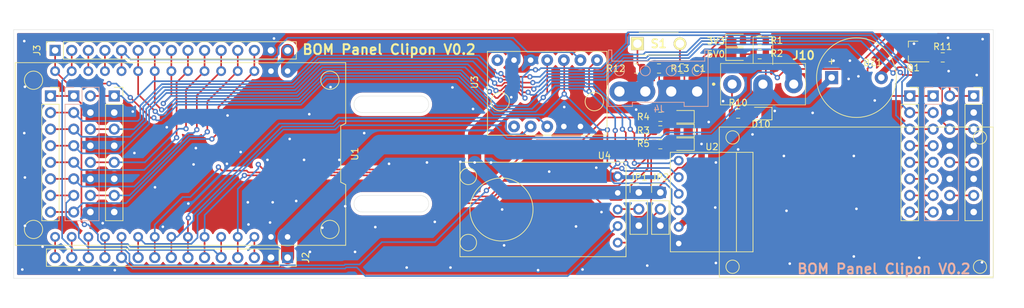
<source format=kicad_pcb>
(kicad_pcb (version 20171130) (host pcbnew "(5.1.4)-1")
  (layers (0 F.Cu signal) (31 B.Cu signal) (34 B.Paste user) (35 F.Paste user) (36 B.SilkS user) (37 F.SilkS user) (38 B.Mask user) (39 F.Mask user) (44 Edge.Cuts user))
  (net 0 "")
  (net 1 GND)
  (net 2 "Net-(D1-Pad2)")
  (net 3 "Net-(D2-Pad2)")
  (net 4 "Net-(D3-Pad2)")
  (net 5 OE)
  (net 6 LAT)
  (net 7 CLK)
  (net 8 C)
  (net 9 B)
  (net 10 A)
  (net 11 B1_Out)
  (net 12 G1_Out)
  (net 13 R1_Out)
  (net 14 B1)
  (net 15 G1)
  (net 16 R1)
  (net 17 +5V)
  (net 18 INT1_ACC)
  (net 19 INT2_ACC)
  (net 20 "Net-(J2-Pad15)")
  (net 21 +3V3)
  (net 22 SPI_CS_SD)
  (net 23 SPI_SCK)
  (net 24 SPI_MISO)
  (net 25 SPI_CS_ACC)
  (net 26 SPI_MOSI)
  (net 27 "Net-(J5-Pad7)")
  (net 28 "Net-(J5-Pad9)")
  (net 29 "Net-(J5-Pad10)")
  (net 30 "Net-(J5-Pad11)")
  (net 31 "Net-(J5-Pad13)")
  (net 32 "Net-(J5-Pad14)")
  (net 33 "Net-(J5-Pad15)")
  (net 34 "Net-(U3-Pad1)")
  (net 35 "Net-(U3-Pad12)")
  (net 36 Button)
  (net 37 "Net-(D4-Pad2)")
  (net 38 "Net-(D5-Pad2)")
  (net 39 "Net-(D10-Pad2)")
  (net 40 Buzzer)
  (net 41 Audio)
  (net 42 "Net-(J10-Pad3)")
  (net 43 "Net-(J10-Pad1)")
  (net 44 "Net-(JP1-Pad2)")
  (net 45 "Net-(JP2-Pad2)")
  (net 46 "Net-(Q1-Pad1)")
  (net 47 LEDG1)
  (net 48 LEDR1)
  (net 49 LEDY1)
  (net 50 "Net-(R12-Pad2)")
  (net 51 "Net-(BZ1-Pad2)")
  (net 52 "Net-(J2-Pad12)")
  (net 53 "Net-(J2-Pad13)")
  (net 54 "Net-(J2-Pad14)")
  (net 55 "Net-(J3-Pad4)")
  (net 56 "Net-(J3-Pad3)")
  (module LolomoloKiCADLib:MAX9814_Breakout (layer F.Cu) (at 12.4 8.5)
    (fp_text reference U4 (at 3.048 -8.255) (layer F.SilkS))
    (fp_text value MAX9814_Breakout)
    (pad 1 thru_hole circle (at 5.08 -5.08) (size 1.5 1.5) (drill 0.85) (layers *.Cu *.Mask) (net 1 GND))
    (pad 2 thru_hole circle (at 5.08 -2.54) (size 1.5 1.5) (drill 0.85) (layers *.Cu *.Mask) (net 21 +3V3))
    (pad 3 thru_hole circle (at 5.08 0) (size 1.5 1.5) (drill 0.85) (layers *.Cu *.Mask) (net 44 "Net-(JP1-Pad2)"))
    (pad 4 thru_hole circle (at 5.08 2.54) (size 1.5 1.5) (drill 0.85) (layers *.Cu *.Mask) (net 41 Audio))
    (pad 5 thru_hole circle (at 5.08 5.08) (size 1.5 1.5) (drill 0.85) (layers *.Cu *.Mask) (net 45 "Net-(JP2-Pad2)"))
  )
  (module LolomoloKiCADLib:Conn_4pin_3.96mm_0009483046 (layer B.Cu) (at 23.685 -12.75)
    (fp_text reference J4 (at 0.127 5.842 180) (layer B.SilkS) (effects (justify mirror)))
    (fp_text value Conn_01x04_Female)
    (pad 1 thru_hole circle (at 5.9436 3.175 180) (size 3.048 3.048) (drill 1.5748) (layers *.Cu *.Mask) (net 1 GND))
    (pad 2 thru_hole circle (at 1.9812 3.175 180) (size 3.048 3.048) (drill 1.5748) (layers *.Cu *.Mask) (net 1 GND))
    (pad 3 thru_hole circle (at -1.9812 3.175 180) (size 3.048 3.048) (drill 1.5748) (layers *.Cu *.Mask) (net 42 "Net-(J10-Pad3)"))
    (pad 4 thru_hole circle (at -5.9436 3.175 180) (size 3.048 3.048) (drill 1.5748) (layers *.Cu *.Mask) (net 42 "Net-(J10-Pad3)"))
  )
  (module Connector_PinSocket_2.54mm:PinSocket_1x08_P2.54mm_Vertical (layer F.Cu) (at -59.5376 -8.89)
    (fp_text reference J7 hide)
    (fp_text value Conn_01x08_Female)
    (pad 8 thru_hole oval (at 0 17.78) (size 1.7 1.7) (drill 1) (layers *.Cu *.Mask) (net 1 GND))
    (pad 7 thru_hole oval (at 0 15.24) (size 1.7 1.7) (drill 1) (layers *.Cu *.Mask) (net 6 LAT))
    (pad 6 thru_hole oval (at 0 12.7) (size 1.7 1.7) (drill 1) (layers *.Cu *.Mask) (net 1 GND))
    (pad 5 thru_hole oval (at 0 10.16) (size 1.7 1.7) (drill 1) (layers *.Cu *.Mask) (net 9 B))
    (pad 4 thru_hole oval (at 0 7.62) (size 1.7 1.7) (drill 1) (layers *.Cu *.Mask) (net 1 GND))
    (pad 3 thru_hole oval (at 0 5.08) (size 1.7 1.7) (drill 1) (layers *.Cu *.Mask) (net 12 G1_Out))
    (pad 2 thru_hole oval (at 0 2.54) (size 1.7 1.7) (drill 1) (layers *.Cu *.Mask) (net 1 GND))
    (pad 1 thru_hole rect (at 0 0) (size 1.7 1.7) (drill 1) (layers *.Cu *.Mask) (net 15 G1))
  )
  (module Capacitor_SMD:C_0805_2012Metric (layer F.Cu) (at 27.3 -13.1 180)
    (fp_text reference C1 (at -2.7 0) (layer F.SilkS))
    (fp_text value C)
    (pad 2 smd roundrect (at 0.9375 0 180) (size 0.975 1.4) (layers F.Cu F.Paste F.Mask) (net 36 Button))
    (pad 1 smd roundrect (at -0.9375 0 180) (size 0.975 1.4) (layers F.Cu F.Paste F.Mask) (net 21 +3V3))
  )
  (module Resistor_SMD:R_0805_2012Metric (layer F.Cu) (at 23.8 -13.1 180)
    (fp_text reference R13 (at -3.2 0) (layer F.SilkS))
    (fp_text value 10k)
    (pad 2 smd roundrect (at 0.9375 0 180) (size 0.975 1.4) (layers F.Cu F.Paste F.Mask) (net 50 "Net-(R12-Pad2)"))
    (pad 1 smd roundrect (at -0.9375 0 180) (size 0.975 1.4) (layers F.Cu F.Paste F.Mask) (net 36 Button))
  )
  (module Resistor_SMD:R_0805_2012Metric (layer F.Cu) (at 20.3 -13.1)
    (fp_text reference R12 (at -3.1 0) (layer F.SilkS))
    (fp_text value 100k)
    (pad 1 smd roundrect (at -0.9375 0) (size 0.975 1.4) (layers F.Cu F.Paste F.Mask) (net 1 GND))
    (pad 2 smd roundrect (at 0.9375 0) (size 0.975 1.4) (layers F.Cu F.Paste F.Mask) (net 50 "Net-(R12-Pad2)"))
  )
  (module LolomoloKiCADLib:MicroSDCardAdapter (layer F.Cu) (at 53.975 7.366)
    (fp_text reference U2 (at -22.075 -8.466 180) (layer F.SilkS))
    (fp_text value MicroSDCardAdaptor)
    (pad 1 thru_hole circle (at -27.1653 -6.35 270) (size 1.5 1.5) (drill 0.85) (layers *.Cu *.Mask) (net 22 SPI_CS_SD))
    (pad 2 thru_hole circle (at -27.1653 -3.81 270) (size 1.5 1.5) (drill 0.85) (layers *.Cu *.Mask) (net 23 SPI_SCK))
    (pad 3 thru_hole circle (at -27.1653 -1.27 270) (size 1.5 1.5) (drill 0.85) (layers *.Cu *.Mask) (net 26 SPI_MOSI))
    (pad 4 thru_hole circle (at -27.1653 1.27 270) (size 1.5 1.5) (drill 0.85) (layers *.Cu *.Mask) (net 24 SPI_MISO))
    (pad 5 thru_hole circle (at -27.1653 3.81 270) (size 1.5 1.5) (drill 0.85) (layers *.Cu *.Mask) (net 17 +5V))
    (pad 6 thru_hole circle (at -27.1653 6.35 270) (size 1.5 1.5) (drill 0.85) (layers *.Cu *.Mask) (net 1 GND))
  )
  (module LolomoloKiCADLib:NODEMCU-32S_ESP32 (layer F.Cu) (at -50.8 0 180)
    (fp_text reference U1 (at -28.07 0 90) (layer F.SilkS))
    (fp_text value NodeMCU-32S)
    (pad 30 thru_hole circle (at -17.78 12.7 180) (size 1.5 1.5) (drill 0.85) (layers *.Cu *.Mask) (net 21 +3V3))
    (pad 1 thru_hole circle (at -17.78 -12.7 180) (size 1.5 1.5) (drill 0.85) (layers *.Cu *.Mask) (net 17 +5V))
    (pad 29 thru_hole circle (at -15.24 12.7 180) (size 1.5 1.5) (drill 0.85) (layers *.Cu *.Mask) (net 1 GND))
    (pad 2 thru_hole circle (at -15.24 -12.7 180) (size 1.5 1.5) (drill 0.85) (layers *.Cu *.Mask) (net 1 GND))
    (pad 28 thru_hole circle (at -12.7 12.7 180) (size 1.5 1.5) (drill 0.85) (layers *.Cu *.Mask) (net 5 OE))
    (pad 3 thru_hole circle (at -12.7 -12.7 180) (size 1.5 1.5) (drill 0.85) (layers *.Cu *.Mask) (net 16 R1))
    (pad 27 thru_hole circle (at -10.16 12.7 180) (size 1.5 1.5) (drill 0.85) (layers *.Cu *.Mask) (net 6 LAT))
    (pad 4 thru_hole circle (at -10.16 -12.7 180) (size 1.5 1.5) (drill 0.85) (layers *.Cu *.Mask) (net 49 LEDY1))
    (pad 26 thru_hole circle (at -7.62 12.7 180) (size 1.5 1.5) (drill 0.85) (layers *.Cu *.Mask) (net 8 C))
    (pad 5 thru_hole circle (at -7.62 -12.7 180) (size 1.5 1.5) (drill 0.85) (layers *.Cu *.Mask) (net 7 CLK))
    (pad 25 thru_hole circle (at -5.08 12.7 180) (size 1.5 1.5) (drill 0.85) (layers *.Cu *.Mask) (net 9 B))
    (pad 6 thru_hole circle (at -5.08 -12.7 180) (size 1.5 1.5) (drill 0.85) (layers *.Cu *.Mask) (net 47 LEDG1))
    (pad 24 thru_hole circle (at -2.54 12.7 180) (size 1.5 1.5) (drill 0.85) (layers *.Cu *.Mask) (net 10 A))
    (pad 7 thru_hole circle (at -2.54 -12.7 180) (size 1.5 1.5) (drill 0.85) (layers *.Cu *.Mask) (net 18 INT1_ACC))
    (pad 23 thru_hole circle (at 0 12.7 180) (size 1.5 1.5) (drill 0.85) (layers *.Cu *.Mask) (net 22 SPI_CS_SD))
    (pad 8 thru_hole circle (at 0 -12.7 180) (size 1.5 1.5) (drill 0.85) (layers *.Cu *.Mask) (net 19 INT2_ACC))
    (pad 22 thru_hole circle (at 2.54 12.7 180) (size 1.5 1.5) (drill 0.85) (layers *.Cu *.Mask) (net 23 SPI_SCK))
    (pad 9 thru_hole circle (at 2.54 -12.7 180) (size 1.5 1.5) (drill 0.85) (layers *.Cu *.Mask) (net 48 LEDR1))
    (pad 21 thru_hole circle (at 5.08 12.7 180) (size 1.5 1.5) (drill 0.85) (layers *.Cu *.Mask) (net 24 SPI_MISO))
    (pad 10 thru_hole circle (at 5.08 -12.7 180) (size 1.5 1.5) (drill 0.85) (layers *.Cu *.Mask) (net 40 Buzzer))
    (pad 20 thru_hole circle (at 7.62 12.7 180) (size 1.5 1.5) (drill 0.85) (layers *.Cu *.Mask) (net 25 SPI_CS_ACC))
    (pad 11 thru_hole circle (at 7.62 -12.7 180) (size 1.5 1.5) (drill 0.85) (layers *.Cu *.Mask) (net 41 Audio))
    (pad 19 thru_hole circle (at 10.16 12.7 180) (size 1.5 1.5) (drill 0.85) (layers *.Cu *.Mask) (net 55 "Net-(J3-Pad4)"))
    (pad 12 thru_hole circle (at 10.16 -12.7 180) (size 1.5 1.5) (drill 0.85) (layers *.Cu *.Mask) (net 52 "Net-(J2-Pad12)"))
    (pad 18 thru_hole circle (at 12.7 12.7 180) (size 1.5 1.5) (drill 0.85) (layers *.Cu *.Mask) (net 56 "Net-(J3-Pad3)"))
    (pad 13 thru_hole circle (at 12.7 -12.7 180) (size 1.5 1.5) (drill 0.85) (layers *.Cu *.Mask) (net 53 "Net-(J2-Pad13)"))
    (pad 17 thru_hole circle (at 15.24 12.7 180) (size 1.5 1.5) (drill 0.85) (layers *.Cu *.Mask) (net 36 Button))
    (pad 14 thru_hole circle (at 15.24 -12.7 180) (size 1.5 1.5) (drill 0.85) (layers *.Cu *.Mask) (net 54 "Net-(J2-Pad14)"))
    (pad 16 thru_hole circle (at 17.78 12.7 180) (size 1.5 1.5) (drill 0.85) (layers *.Cu *.Mask) (net 26 SPI_MOSI))
    (pad 15 thru_hole circle (at 17.78 -12.7 180) (size 1.5 1.5) (drill 0.85) (layers *.Cu *.Mask) (net 20 "Net-(J2-Pad15)"))
  )
  (module LolomoloKiCADLib:LSM6DS3_Breakout (layer F.Cu) (at 6.7 -9.3 90)
    (fp_text reference U3 (at 1.7 -11.1 270) (layer F.SilkS))
    (fp_text value LSM6DS3_Breakout)
    (pad 12 thru_hole circle (at 5.08 -7.62 90) (size 1.8 1.8) (drill 0.85) (layers *.Cu *.Mask) (net 35 "Net-(U3-Pad12)"))
    (pad 11 thru_hole circle (at 5.08 -5.08 90) (size 1.8 1.8) (drill 0.85) (layers *.Cu *.Mask) (net 21 +3V3))
    (pad 10 thru_hole circle (at 5.08 -2.54 90) (size 1.8 1.8) (drill 0.85) (layers *.Cu *.Mask) (net 1 GND))
    (pad 9 thru_hole circle (at 5.08 0 90) (size 1.8 1.8) (drill 0.85) (layers *.Cu *.Mask) (net 23 SPI_SCK))
    (pad 8 thru_hole circle (at 5.08 2.54 90) (size 1.8 1.8) (drill 0.85) (layers *.Cu *.Mask) (net 26 SPI_MOSI))
    (pad 7 thru_hole circle (at 5.08 5.08 90) (size 1.8 1.8) (drill 0.85) (layers *.Cu *.Mask) (net 25 SPI_CS_ACC))
    (pad 6 thru_hole circle (at 5.08 7.62 90) (size 1.8 1.8) (drill 0.85) (layers *.Cu *.Mask) (net 24 SPI_MISO))
    (pad 5 thru_hole circle (at -5.08 5.08 90) (size 1.8 1.8) (drill 0.85) (layers *.Cu *.Mask) (net 1 GND))
    (pad 4 thru_hole circle (at -5.08 2.54 90) (size 1.8 1.8) (drill 0.85) (layers *.Cu *.Mask) (net 1 GND))
    (pad 3 thru_hole circle (at -5.08 0 90) (size 1.8 1.8) (drill 0.85) (layers *.Cu *.Mask) (net 18 INT1_ACC))
    (pad 2 thru_hole circle (at -5.08 -2.54 90) (size 1.8 1.8) (drill 0.85) (layers *.Cu *.Mask) (net 19 INT2_ACC))
    (pad 1 thru_hole circle (at -5.08 -5.08 90) (size 1.8 1.8) (drill 0.85) (layers *.Cu *.Mask) (net 34 "Net-(U3-Pad1)"))
  )
  (module Diode_SMD:D_0805_2012Metric (layer F.Cu) (at 35.7 -17.4)
    (fp_text reference D1 hide)
    (fp_text value LEDO)
    (pad 1 smd roundrect (at -0.9375 0) (size 0.975 1.4) (layers F.Cu F.Paste F.Mask) (net 1 GND))
    (pad 2 smd roundrect (at 0.9375 0) (size 0.975 1.4) (layers F.Cu F.Paste F.Mask) (net 2 "Net-(D1-Pad2)"))
  )
  (module Diode_SMD:D_0805_2012Metric (layer F.Cu) (at 35.7 -15.3)
    (fp_text reference D2 hide)
    (fp_text value LEDO)
    (pad 2 smd roundrect (at 0.9375 0) (size 0.975 1.4) (layers F.Cu F.Paste F.Mask) (net 3 "Net-(D2-Pad2)"))
    (pad 1 smd roundrect (at -0.9375 0) (size 0.975 1.4) (layers F.Cu F.Paste F.Mask) (net 1 GND))
  )
  (module Diode_SMD:D_0805_2012Metric (layer F.Cu) (at 27.5 -1.5 180)
    (fp_text reference D5 hide)
    (fp_text value LEDG)
    (pad 1 smd roundrect (at -0.9375 0 180) (size 0.975 1.4) (layers F.Cu F.Paste F.Mask) (net 1 GND))
    (pad 2 smd roundrect (at 0.9375 0 180) (size 0.975 1.4) (layers F.Cu F.Paste F.Mask) (net 38 "Net-(D5-Pad2)"))
  )
  (module Connector_PinSocket_2.54mm:PinSocket_2x08_P2.54mm_Vertical (layer B.Cu) (at -65.73 -8.89 180)
    (fp_text reference J1 hide)
    (fp_text value Conn_02x08_Odd_Even)
    (pad 16 thru_hole oval (at -2.54 -17.78 180) (size 1.7 1.7) (drill 1) (layers *.Cu *.Mask) (net 1 GND))
    (pad 15 thru_hole oval (at 0 -17.78 180) (size 1.7 1.7) (drill 1) (layers *.Cu *.Mask) (net 5 OE))
    (pad 14 thru_hole oval (at -2.54 -15.24 180) (size 1.7 1.7) (drill 1) (layers *.Cu *.Mask) (net 6 LAT))
    (pad 13 thru_hole oval (at 0 -15.24 180) (size 1.7 1.7) (drill 1) (layers *.Cu *.Mask) (net 7 CLK))
    (pad 12 thru_hole oval (at -2.54 -12.7 180) (size 1.7 1.7) (drill 1) (layers *.Cu *.Mask) (net 1 GND))
    (pad 11 thru_hole oval (at 0 -12.7 180) (size 1.7 1.7) (drill 1) (layers *.Cu *.Mask) (net 8 C))
    (pad 10 thru_hole oval (at -2.54 -10.16 180) (size 1.7 1.7) (drill 1) (layers *.Cu *.Mask) (net 9 B))
    (pad 9 thru_hole oval (at 0 -10.16 180) (size 1.7 1.7) (drill 1) (layers *.Cu *.Mask) (net 10 A))
    (pad 8 thru_hole oval (at -2.54 -7.62 180) (size 1.7 1.7) (drill 1) (layers *.Cu *.Mask) (net 1 GND))
    (pad 7 thru_hole oval (at 0 -7.62 180) (size 1.7 1.7) (drill 1) (layers *.Cu *.Mask) (net 11 B1_Out))
    (pad 6 thru_hole oval (at -2.54 -5.08 180) (size 1.7 1.7) (drill 1) (layers *.Cu *.Mask) (net 12 G1_Out))
    (pad 5 thru_hole oval (at 0 -5.08 180) (size 1.7 1.7) (drill 1) (layers *.Cu *.Mask) (net 13 R1_Out))
    (pad 4 thru_hole oval (at -2.54 -2.54 180) (size 1.7 1.7) (drill 1) (layers *.Cu *.Mask) (net 1 GND))
    (pad 3 thru_hole oval (at 0 -2.54 180) (size 1.7 1.7) (drill 1) (layers *.Cu *.Mask) (net 14 B1))
    (pad 2 thru_hole oval (at -2.54 0 180) (size 1.7 1.7) (drill 1) (layers *.Cu *.Mask) (net 15 G1))
    (pad 1 thru_hole rect (at 0 0 180) (size 1.7 1.7) (drill 1) (layers *.Cu *.Mask) (net 16 R1))
  )
  (module Connector_PinSocket_2.54mm:PinSocket_1x15_P2.54mm_Vertical (layer F.Cu) (at -33.02 15.875 270)
    (fp_text reference J2 (at 0 -2.77 90) (layer F.SilkS))
    (fp_text value Conn_01x15_Female)
    (pad 1 thru_hole rect (at 0 0 270) (size 1.7 1.7) (drill 1) (layers *.Cu *.Mask) (net 17 +5V))
    (pad 2 thru_hole oval (at 0 2.54 270) (size 1.7 1.7) (drill 1) (layers *.Cu *.Mask) (net 1 GND))
    (pad 3 thru_hole oval (at 0 5.08 270) (size 1.7 1.7) (drill 1) (layers *.Cu *.Mask) (net 16 R1))
    (pad 4 thru_hole oval (at 0 7.62 270) (size 1.7 1.7) (drill 1) (layers *.Cu *.Mask) (net 49 LEDY1))
    (pad 5 thru_hole oval (at 0 10.16 270) (size 1.7 1.7) (drill 1) (layers *.Cu *.Mask) (net 7 CLK))
    (pad 6 thru_hole oval (at 0 12.7 270) (size 1.7 1.7) (drill 1) (layers *.Cu *.Mask) (net 47 LEDG1))
    (pad 7 thru_hole oval (at 0 15.24 270) (size 1.7 1.7) (drill 1) (layers *.Cu *.Mask) (net 18 INT1_ACC))
    (pad 8 thru_hole oval (at 0 17.78 270) (size 1.7 1.7) (drill 1) (layers *.Cu *.Mask) (net 19 INT2_ACC))
    (pad 9 thru_hole oval (at 0 20.32 270) (size 1.7 1.7) (drill 1) (layers *.Cu *.Mask) (net 48 LEDR1))
    (pad 10 thru_hole oval (at 0 22.86 270) (size 1.7 1.7) (drill 1) (layers *.Cu *.Mask) (net 40 Buzzer))
    (pad 11 thru_hole oval (at 0 25.4 270) (size 1.7 1.7) (drill 1) (layers *.Cu *.Mask) (net 41 Audio))
    (pad 12 thru_hole oval (at 0 27.94 270) (size 1.7 1.7) (drill 1) (layers *.Cu *.Mask) (net 52 "Net-(J2-Pad12)"))
    (pad 13 thru_hole oval (at 0 30.48 270) (size 1.7 1.7) (drill 1) (layers *.Cu *.Mask) (net 53 "Net-(J2-Pad13)"))
    (pad 14 thru_hole oval (at 0 33.02 270) (size 1.7 1.7) (drill 1) (layers *.Cu *.Mask) (net 54 "Net-(J2-Pad14)"))
    (pad 15 thru_hole oval (at 0 35.56 270) (size 1.7 1.7) (drill 1) (layers *.Cu *.Mask) (net 20 "Net-(J2-Pad15)"))
  )
  (module Connector_PinSocket_2.54mm:PinSocket_1x15_P2.54mm_Vertical (layer F.Cu) (at -68.58 -15.875 90)
    (fp_text reference J3 (at 0 -2.77 90) (layer F.SilkS))
    (fp_text value Conn_01x15_Female)
    (pad 15 thru_hole oval (at 0 35.56 90) (size 1.7 1.7) (drill 1) (layers *.Cu *.Mask) (net 21 +3V3))
    (pad 14 thru_hole oval (at 0 33.02 90) (size 1.7 1.7) (drill 1) (layers *.Cu *.Mask) (net 1 GND))
    (pad 13 thru_hole oval (at 0 30.48 90) (size 1.7 1.7) (drill 1) (layers *.Cu *.Mask) (net 5 OE))
    (pad 12 thru_hole oval (at 0 27.94 90) (size 1.7 1.7) (drill 1) (layers *.Cu *.Mask) (net 6 LAT))
    (pad 11 thru_hole oval (at 0 25.4 90) (size 1.7 1.7) (drill 1) (layers *.Cu *.Mask) (net 8 C))
    (pad 10 thru_hole oval (at 0 22.86 90) (size 1.7 1.7) (drill 1) (layers *.Cu *.Mask) (net 9 B))
    (pad 9 thru_hole oval (at 0 20.32 90) (size 1.7 1.7) (drill 1) (layers *.Cu *.Mask) (net 10 A))
    (pad 8 thru_hole oval (at 0 17.78 90) (size 1.7 1.7) (drill 1) (layers *.Cu *.Mask) (net 22 SPI_CS_SD))
    (pad 7 thru_hole oval (at 0 15.24 90) (size 1.7 1.7) (drill 1) (layers *.Cu *.Mask) (net 23 SPI_SCK))
    (pad 6 thru_hole oval (at 0 12.7 90) (size 1.7 1.7) (drill 1) (layers *.Cu *.Mask) (net 24 SPI_MISO))
    (pad 5 thru_hole oval (at 0 10.16 90) (size 1.7 1.7) (drill 1) (layers *.Cu *.Mask) (net 25 SPI_CS_ACC))
    (pad 4 thru_hole oval (at 0 7.62 90) (size 1.7 1.7) (drill 1) (layers *.Cu *.Mask) (net 55 "Net-(J3-Pad4)"))
    (pad 3 thru_hole oval (at 0 5.08 90) (size 1.7 1.7) (drill 1) (layers *.Cu *.Mask) (net 56 "Net-(J3-Pad3)"))
    (pad 2 thru_hole oval (at 0 2.54 90) (size 1.7 1.7) (drill 1) (layers *.Cu *.Mask) (net 36 Button))
    (pad 1 thru_hole rect (at 0 0 90) (size 1.7 1.7) (drill 1) (layers *.Cu *.Mask) (net 26 SPI_MOSI))
  )
  (module Connector_PinSocket_2.54mm:PinSocket_2x08_P2.54mm_Vertical (layer B.Cu) (at 65.73 -8.89 180)
    (fp_text reference J5 hide)
    (fp_text value Conn_02x08_Odd_Even)
    (pad 1 thru_hole rect (at 0 0 180) (size 1.7 1.7) (drill 1) (layers *.Cu *.Mask) (net 13 R1_Out))
    (pad 2 thru_hole oval (at -2.54 0 180) (size 1.7 1.7) (drill 1) (layers *.Cu *.Mask) (net 12 G1_Out))
    (pad 3 thru_hole oval (at 0 -2.54 180) (size 1.7 1.7) (drill 1) (layers *.Cu *.Mask) (net 11 B1_Out))
    (pad 4 thru_hole oval (at -2.54 -2.54 180) (size 1.7 1.7) (drill 1) (layers *.Cu *.Mask) (net 1 GND))
    (pad 5 thru_hole oval (at 0 -5.08 180) (size 1.7 1.7) (drill 1) (layers *.Cu *.Mask) (net 15 G1))
    (pad 6 thru_hole oval (at -2.54 -5.08 180) (size 1.7 1.7) (drill 1) (layers *.Cu *.Mask) (net 14 B1))
    (pad 7 thru_hole oval (at 0 -7.62 180) (size 1.7 1.7) (drill 1) (layers *.Cu *.Mask) (net 27 "Net-(J5-Pad7)"))
    (pad 8 thru_hole oval (at -2.54 -7.62 180) (size 1.7 1.7) (drill 1) (layers *.Cu *.Mask) (net 1 GND))
    (pad 9 thru_hole oval (at 0 -10.16 180) (size 1.7 1.7) (drill 1) (layers *.Cu *.Mask) (net 28 "Net-(J5-Pad9)"))
    (pad 10 thru_hole oval (at -2.54 -10.16 180) (size 1.7 1.7) (drill 1) (layers *.Cu *.Mask) (net 29 "Net-(J5-Pad10)"))
    (pad 11 thru_hole oval (at 0 -12.7 180) (size 1.7 1.7) (drill 1) (layers *.Cu *.Mask) (net 30 "Net-(J5-Pad11)"))
    (pad 12 thru_hole oval (at -2.54 -12.7 180) (size 1.7 1.7) (drill 1) (layers *.Cu *.Mask) (net 1 GND))
    (pad 13 thru_hole oval (at 0 -15.24 180) (size 1.7 1.7) (drill 1) (layers *.Cu *.Mask) (net 31 "Net-(J5-Pad13)"))
    (pad 14 thru_hole oval (at -2.54 -15.24 180) (size 1.7 1.7) (drill 1) (layers *.Cu *.Mask) (net 32 "Net-(J5-Pad14)"))
    (pad 15 thru_hole oval (at 0 -17.78 180) (size 1.7 1.7) (drill 1) (layers *.Cu *.Mask) (net 33 "Net-(J5-Pad15)"))
    (pad 16 thru_hole oval (at -2.54 -17.78 180) (size 1.7 1.7) (drill 1) (layers *.Cu *.Mask) (net 1 GND))
  )
  (module Connector_PinSocket_2.54mm:PinSocket_1x08_P2.54mm_Vertical (layer F.Cu) (at -69.2912 -8.89)
    (fp_text reference J6 hide)
    (fp_text value Conn_01x08_Female)
    (pad 1 thru_hole rect (at 0 0) (size 1.7 1.7) (drill 1) (layers *.Cu *.Mask) (net 16 R1))
    (pad 2 thru_hole oval (at 0 2.54) (size 1.7 1.7) (drill 1) (layers *.Cu *.Mask) (net 14 B1))
    (pad 3 thru_hole oval (at 0 5.08) (size 1.7 1.7) (drill 1) (layers *.Cu *.Mask) (net 13 R1_Out))
    (pad 4 thru_hole oval (at 0 7.62) (size 1.7 1.7) (drill 1) (layers *.Cu *.Mask) (net 11 B1_Out))
    (pad 5 thru_hole oval (at 0 10.16) (size 1.7 1.7) (drill 1) (layers *.Cu *.Mask) (net 10 A))
    (pad 6 thru_hole oval (at 0 12.7) (size 1.7 1.7) (drill 1) (layers *.Cu *.Mask) (net 8 C))
    (pad 7 thru_hole oval (at 0 15.24) (size 1.7 1.7) (drill 1) (layers *.Cu *.Mask) (net 7 CLK))
    (pad 8 thru_hole oval (at 0 17.78) (size 1.7 1.7) (drill 1) (layers *.Cu *.Mask) (net 5 OE))
  )
  (module Connector_PinSocket_2.54mm:PinSocket_1x08_P2.54mm_Vertical (layer F.Cu) (at 62.1538 -8.89)
    (fp_text reference J8 hide)
    (fp_text value Conn_01x08_Female)
    (pad 1 thru_hole rect (at 0 0) (size 1.7 1.7) (drill 1) (layers *.Cu *.Mask) (net 13 R1_Out))
    (pad 2 thru_hole oval (at 0 2.54) (size 1.7 1.7) (drill 1) (layers *.Cu *.Mask) (net 11 B1_Out))
    (pad 3 thru_hole oval (at 0 5.08) (size 1.7 1.7) (drill 1) (layers *.Cu *.Mask) (net 15 G1))
    (pad 4 thru_hole oval (at 0 7.62) (size 1.7 1.7) (drill 1) (layers *.Cu *.Mask) (net 27 "Net-(J5-Pad7)"))
    (pad 5 thru_hole oval (at 0 10.16) (size 1.7 1.7) (drill 1) (layers *.Cu *.Mask) (net 28 "Net-(J5-Pad9)"))
    (pad 6 thru_hole oval (at 0 12.7) (size 1.7 1.7) (drill 1) (layers *.Cu *.Mask) (net 30 "Net-(J5-Pad11)"))
    (pad 7 thru_hole oval (at 0 15.24) (size 1.7 1.7) (drill 1) (layers *.Cu *.Mask) (net 31 "Net-(J5-Pad13)"))
    (pad 8 thru_hole oval (at 0 17.78) (size 1.7 1.7) (drill 1) (layers *.Cu *.Mask) (net 33 "Net-(J5-Pad15)"))
  )
  (module Connector_PinSocket_2.54mm:PinSocket_1x08_P2.54mm_Vertical (layer F.Cu) (at 71.9328 -8.89)
    (fp_text reference J9 hide)
    (fp_text value Conn_01x08_Female)
    (pad 8 thru_hole oval (at 0 17.78) (size 1.7 1.7) (drill 1) (layers *.Cu *.Mask) (net 1 GND))
    (pad 7 thru_hole oval (at 0 15.24) (size 1.7 1.7) (drill 1) (layers *.Cu *.Mask) (net 32 "Net-(J5-Pad14)"))
    (pad 6 thru_hole oval (at 0 12.7) (size 1.7 1.7) (drill 1) (layers *.Cu *.Mask) (net 1 GND))
    (pad 5 thru_hole oval (at 0 10.16) (size 1.7 1.7) (drill 1) (layers *.Cu *.Mask) (net 29 "Net-(J5-Pad10)"))
    (pad 4 thru_hole oval (at 0 7.62) (size 1.7 1.7) (drill 1) (layers *.Cu *.Mask) (net 1 GND))
    (pad 3 thru_hole oval (at 0 5.08) (size 1.7 1.7) (drill 1) (layers *.Cu *.Mask) (net 14 B1))
    (pad 2 thru_hole oval (at 0 2.54) (size 1.7 1.7) (drill 1) (layers *.Cu *.Mask) (net 1 GND))
    (pad 1 thru_hole rect (at 0 0) (size 1.7 1.7) (drill 1) (layers *.Cu *.Mask) (net 12 G1_Out))
  )
  (module Resistor_SMD:R_0805_2012Metric (layer F.Cu) (at 39.2 -17.4 180)
    (fp_text reference R1 (at -2.6 0) (layer F.SilkS))
    (fp_text value 1k5)
    (pad 1 smd roundrect (at -0.9375 0 180) (size 0.975 1.4) (layers F.Cu F.Paste F.Mask) (net 21 +3V3))
    (pad 2 smd roundrect (at 0.9375 0 180) (size 0.975 1.4) (layers F.Cu F.Paste F.Mask) (net 2 "Net-(D1-Pad2)"))
  )
  (module Resistor_SMD:R_0805_2012Metric (layer F.Cu) (at 39.2 -15.3 180)
    (fp_text reference R2 (at -2.6 0.1) (layer F.SilkS))
    (fp_text value 3k3)
    (pad 1 smd roundrect (at -0.9375 0 180) (size 0.975 1.4) (layers F.Cu F.Paste F.Mask) (net 17 +5V))
    (pad 2 smd roundrect (at 0.9375 0 180) (size 0.975 1.4) (layers F.Cu F.Paste F.Mask) (net 3 "Net-(D2-Pad2)"))
  )
  (module Resistor_SMD:R_0805_2012Metric (layer F.Cu) (at 24 -1.5)
    (fp_text reference R5 (at -2.6 -0.1) (layer F.SilkS))
    (fp_text value 1k)
    (pad 2 smd roundrect (at 0.9375 0) (size 0.975 1.4) (layers F.Cu F.Paste F.Mask) (net 38 "Net-(D5-Pad2)"))
    (pad 1 smd roundrect (at -0.9375 0) (size 0.975 1.4) (layers F.Cu F.Paste F.Mask) (net 47 LEDG1))
  )
  (module Buzzer_Beeper:Buzzer_12x9.5RM7.6 (layer F.Cu) (at 50.2 -11.7)
    (fp_text reference BZ1 (at 6.3 -2.3) (layer F.SilkS))
    (fp_text value Buzzer)
    (fp_text user + (at -0.01 -2.54) (layer F.SilkS))
    (pad 1 thru_hole rect (at 0 0) (size 2 2) (drill 1) (layers *.Cu *.Mask) (net 17 +5V))
    (pad 2 thru_hole circle (at 7.6 0) (size 2 2) (drill 1) (layers *.Cu *.Mask) (net 51 "Net-(BZ1-Pad2)"))
  )
  (module Diode_SMD:D_0805_2012Metric (layer F.Cu) (at 27.5 -3.6 180)
    (fp_text reference D3 hide)
    (fp_text value LEDR)
    (pad 2 smd roundrect (at 0.9375 0 180) (size 0.975 1.4) (layers F.Cu F.Paste F.Mask) (net 4 "Net-(D3-Pad2)"))
    (pad 1 smd roundrect (at -0.9375 0 180) (size 0.975 1.4) (layers F.Cu F.Paste F.Mask) (net 1 GND))
  )
  (module Diode_SMD:D_0805_2012Metric (layer F.Cu) (at 27.5 -5.7 180)
    (fp_text reference D4 hide)
    (fp_text value LEDY)
    (pad 1 smd roundrect (at -0.9375 0 180) (size 0.975 1.4) (layers F.Cu F.Paste F.Mask) (net 1 GND))
    (pad 2 smd roundrect (at 0.9375 0 180) (size 0.975 1.4) (layers F.Cu F.Paste F.Mask) (net 37 "Net-(D4-Pad2)"))
  )
  (module Diode_SMD:D_0805_2012Metric (layer F.Cu) (at 39.4 -6.2 180)
    (fp_text reference D10 (at 0 -1.65) (layer F.SilkS))
    (fp_text value LEDR)
    (pad 2 smd roundrect (at 0.9375 0 180) (size 0.975 1.4) (layers F.Cu F.Paste F.Mask) (net 39 "Net-(D10-Pad2)"))
    (pad 1 smd roundrect (at -0.9375 0 180) (size 0.975 1.4) (layers F.Cu F.Paste F.Mask) (net 1 GND))
  )
  (module Connector_PinHeader_2.54mm:PinHeader_1x03_P2.54mm_Vertical (layer F.Cu) (at 20.7 5.9)
    (fp_text reference JP1 (at 0 -2.33) (layer F.SilkS))
    (fp_text value Jumper_NC_Dual)
    (pad 1 thru_hole rect (at 0 0) (size 1.7 1.7) (drill 1) (layers *.Cu *.Mask) (net 21 +3V3))
    (pad 2 thru_hole oval (at 0 2.54) (size 1.7 1.7) (drill 1) (layers *.Cu *.Mask) (net 44 "Net-(JP1-Pad2)"))
    (pad 3 thru_hole oval (at 0 5.08) (size 1.7 1.7) (drill 1) (layers *.Cu *.Mask) (net 1 GND))
  )
  (module Connector_PinHeader_2.54mm:PinHeader_1x03_P2.54mm_Vertical (layer F.Cu) (at 24 5.9)
    (fp_text reference JP2 (at 0 -2.33) (layer F.SilkS))
    (fp_text value Jumper_NC_Dual)
    (pad 3 thru_hole oval (at 0 5.08) (size 1.7 1.7) (drill 1) (layers *.Cu *.Mask) (net 1 GND))
    (pad 2 thru_hole oval (at 0 2.54) (size 1.7 1.7) (drill 1) (layers *.Cu *.Mask) (net 45 "Net-(JP2-Pad2)"))
    (pad 1 thru_hole rect (at 0 0) (size 1.7 1.7) (drill 1) (layers *.Cu *.Mask) (net 21 +3V3))
  )
  (module Package_TO_SOT_SMD:SOT-23_Handsoldering (layer F.Cu) (at 62.7 -15.7 180)
    (fp_text reference Q1 (at 0 -2.5) (layer F.SilkS))
    (fp_text value Q_NMOS_GSD)
    (pad 1 smd rect (at -1.5 -0.95 180) (size 1.9 0.8) (layers F.Cu F.Paste F.Mask) (net 46 "Net-(Q1-Pad1)"))
    (pad 2 smd rect (at -1.5 0.95 180) (size 1.9 0.8) (layers F.Cu F.Paste F.Mask) (net 1 GND))
    (pad 3 smd rect (at 1.5 0 180) (size 1.9 0.8) (layers F.Cu F.Paste F.Mask) (net 51 "Net-(BZ1-Pad2)"))
  )
  (module Resistor_SMD:R_0805_2012Metric (layer F.Cu) (at 24 -3.6)
    (fp_text reference R3 (at -2.6 0) (layer F.SilkS))
    (fp_text value 1k)
    (pad 2 smd roundrect (at 0.9375 0) (size 0.975 1.4) (layers F.Cu F.Paste F.Mask) (net 4 "Net-(D3-Pad2)"))
    (pad 1 smd roundrect (at -0.9375 0) (size 0.975 1.4) (layers F.Cu F.Paste F.Mask) (net 48 LEDR1))
  )
  (module Resistor_SMD:R_0805_2012Metric (layer F.Cu) (at 24 -5.7)
    (fp_text reference R4 (at -2.6 0) (layer F.SilkS))
    (fp_text value 1k)
    (pad 1 smd roundrect (at -0.9375 0) (size 0.975 1.4) (layers F.Cu F.Paste F.Mask) (net 49 LEDY1))
    (pad 2 smd roundrect (at 0.9375 0) (size 0.975 1.4) (layers F.Cu F.Paste F.Mask) (net 37 "Net-(D4-Pad2)"))
  )
  (module Resistor_SMD:R_0805_2012Metric (layer F.Cu) (at 67.2 -14.8)
    (fp_text reference R11 (at 0 -1.65) (layer F.SilkS))
    (fp_text value 1k)
    (pad 2 smd roundrect (at 0.9375 0) (size 0.975 1.4) (layers F.Cu F.Paste F.Mask) (net 40 Buzzer))
    (pad 1 smd roundrect (at -0.9375 0) (size 0.975 1.4) (layers F.Cu F.Paste F.Mask) (net 46 "Net-(Q1-Pad1)"))
  )
  (module Resistor_SMD:R_0805_2012Metric (layer F.Cu) (at 35.9 -6.2)
    (fp_text reference R10 (at 0 -1.65) (layer F.SilkS))
    (fp_text value 3k3)
    (pad 1 smd roundrect (at -0.9375 0) (size 0.975 1.4) (layers F.Cu F.Paste F.Mask) (net 43 "Net-(J10-Pad1)"))
    (pad 2 smd roundrect (at 0.9375 0) (size 0.975 1.4) (layers F.Cu F.Paste F.Mask) (net 39 "Net-(D10-Pad2)"))
  )
  (module MJTP1243:MJTP1243 (layer F.Cu) (at 20.5 -16.9)
    (fp_text reference S1 (at 3.25 0) (layer F.SilkS) (effects (font (size 1.27 1.27) (thickness 0.254))))
    (fp_text value MJTP1243 hide)
    (pad 1 thru_hole rect (at 0 0 90) (size 1.95 1.95) (drill 1.3) (layers *.Cu *.Mask F.SilkS) (net 50 "Net-(R12-Pad2)"))
    (pad 2 thru_hole circle (at 6.5 0 90) (size 1.95 1.95) (drill 1.3) (layers *.Cu *.Mask F.SilkS) (net 21 +3V3))
  )
  (module LolomoloKiCADLib:500SSP1S2M2QEA (layer F.Cu) (at 35 -10.7)
    (fp_text reference J10 (at 10.9 -4.4) (layer F.SilkS) (effects (font (size 1.27 1.27) (thickness 0.254))))
    (fp_text value 500SSP1S2M2QEA hide)
    (pad 3 thru_hole circle (at 9.4 0 90) (size 2.775001 2.775001) (drill 1.397) (layers *.Cu *.Mask) (net 42 "Net-(J10-Pad3)"))
    (pad 2 thru_hole circle (at 4.7 0 90) (size 2.775001 2.775001) (drill 1.397) (layers *.Cu *.Mask) (net 17 +5V))
    (pad 1 thru_hole circle (at 0 0 90) (size 2.775001 2.775001) (drill 1.397) (layers *.Cu *.Mask) (net 43 "Net-(J10-Pad1)"))
  )
  (gr_text "BOM Panel Clipon V0.2" (at -17.5 -16) (layer F.SilkS) (effects (font (size 1.5 1.5) (thickness 0.3))))
  (gr_text "BOM Panel Clipon V0.2" (at 58.2 17.6) (layer B.SilkS) (effects (font (size 1.5 1.5) (thickness 0.3))))
  (gr_line (start -21.59 -8.89) (end -12.7 -8.89) (layer Edge.Cuts) (width 0.05))
  (gr_arc (start -21.59 -7.62) (end -21.59 -8.89) (angle -180) (layer Edge.Cuts) (width 0.05))
  (gr_arc (start -12.7 -7.62) (end -12.7 -6.35) (angle -180) (layer Edge.Cuts) (width 0.05))
  (gr_line (start -12.7 -6.35) (end -21.59 -6.35) (layer Edge.Cuts) (width 0.05))
  (gr_arc (start -21.59 7.62) (end -21.59 6.35) (angle -180) (layer Edge.Cuts) (width 0.05))
  (gr_line (start -21.59 6.35) (end -12.7 6.35) (layer Edge.Cuts) (width 0.05))
  (gr_line (start -12.7 8.89) (end -21.59 8.89) (layer Edge.Cuts) (width 0.05))
  (gr_arc (start -12.7 7.62) (end -12.7 8.89) (angle -180) (layer Edge.Cuts) (width 0.05))
  (gr_text 5V0 (at 32.5 -15.3) (layer F.SilkS) (effects (font (size 1 1))))
  (gr_text 3V3 (at 32.5 -17.3) (layer F.SilkS) (effects (font (size 1 1))))
  (gr_line (start -74.93 19.05) (end -74.93 -19.05) (layer Edge.Cuts) (width 0.05))
  (gr_line (start 74.93 19.05) (end -74.93 19.05) (layer Edge.Cuts) (width 0.05))
  (gr_line (start 74.93 -19.05) (end 74.93 19.05) (layer Edge.Cuts) (width 0.05))
  (gr_line (start -74.93 -19.05) (end 74.93 -19.05) (layer Edge.Cuts) (width 0.05))
  (via (at -73.6 17.7) (size 0.8) (drill 0.4) (layers F.Cu B.Cu) (net 1))
  (via (at -73.3 -17.3) (size 0.8) (drill 0.4) (layers F.Cu B.Cu) (net 1))
  (via (at -73.2 -10.3) (size 0.8) (drill 0.4) (layers F.Cu B.Cu) (net 1))
  (via (at -73.3 -3.2) (size 0.8) (drill 0.4) (layers F.Cu B.Cu) (net 1))
  (via (at -73.2 3.6) (size 0.8) (drill 0.4) (layers F.Cu B.Cu) (net 1))
  (via (at -73.2 11) (size 0.8) (drill 0.4) (layers F.Cu B.Cu) (net 1))
  (via (at -61.3 10.6) (size 0.8) (drill 0.4) (layers F.Cu B.Cu) (net 1))
  (via (at -53.3 5.1) (size 0.8) (drill 0.4) (layers F.Cu B.Cu) (net 1))
  (via (at -51.5 -4.1) (size 0.8) (drill 0.4) (layers F.Cu B.Cu) (net 1))
  (via (at -29.6 15) (size 0.8) (drill 0.4) (layers F.Cu B.Cu) (net 1))
  (via (at -19.6 11.2) (size 0.8) (drill 0.4) (layers F.Cu B.Cu) (net 1))
  (via (at -22.7 15) (size 0.8) (drill 0.4) (layers F.Cu B.Cu) (net 1))
  (via (at -14.8 17.4) (size 0.8) (drill 0.4) (layers F.Cu B.Cu) (net 1))
  (via (at -10.5 10.4) (size 0.8) (drill 0.4) (layers F.Cu B.Cu) (net 1))
  (via (at -8.1 17.4) (size 0.8) (drill 0.4) (layers F.Cu B.Cu) (net 1))
  (via (at 5.3 17.8) (size 0.8) (drill 0.4) (layers F.Cu B.Cu) (net 1))
  (via (at 12.1 17.7) (size 0.8) (drill 0.4) (layers F.Cu B.Cu) (net 1))
  (via (at 15 8.9) (size 0.8) (drill 0.4) (layers F.Cu B.Cu) (net 1))
  (via (at -0.2 8.5) (size 0.8) (drill 0.4) (layers F.Cu B.Cu) (net 1))
  (via (at -1.9 1.3) (size 0.8) (drill 0.4) (layers F.Cu B.Cu) (net 1))
  (via (at 14.2 2.1) (size 0.8) (drill 0.4) (layers F.Cu B.Cu) (net 1))
  (via (at 7 2.7) (size 0.8) (drill 0.4) (layers F.Cu B.Cu) (net 1))
  (via (at 9.3 -7.2) (size 0.8) (drill 0.4) (layers F.Cu B.Cu) (net 1))
  (via (at 20.3 -6.8) (size 0.8) (drill 0.4) (layers F.Cu B.Cu) (net 1))
  (via (at 33.6 -8.1) (size 0.8) (drill 0.4) (layers F.Cu B.Cu) (net 1))
  (via (at 31.4 -4.9) (size 0.8) (drill 0.4) (layers F.Cu B.Cu) (net 1))
  (via (at 32.5 1.3) (size 0.8) (drill 0.4) (layers F.Cu B.Cu) (net 1))
  (via (at 38.1 -3) (size 0.8) (drill 0.4) (layers F.Cu B.Cu) (net 1))
  (via (at 35.9 -0.7) (size 0.8) (drill 0.4) (layers F.Cu B.Cu) (net 1))
  (via (at 32.4 8.2) (size 0.8) (drill 0.4) (layers F.Cu B.Cu) (net 1))
  (via (at 32.5 16.7) (size 0.8) (drill 0.4) (layers F.Cu B.Cu) (net 1))
  (via (at 43.8 16.8) (size 0.8) (drill 0.4) (layers F.Cu B.Cu) (net 1))
  (via (at 43.3 8.7) (size 0.8) (drill 0.4) (layers F.Cu B.Cu) (net 1))
  (via (at 42.9 0.3) (size 0.8) (drill 0.4) (layers F.Cu B.Cu) (net 1))
  (via (at 41.5 -6.6) (size 0.8) (drill 0.4) (layers F.Cu B.Cu) (net 1))
  (via (at 47.3 -6.3) (size 0.8) (drill 0.4) (layers F.Cu B.Cu) (net 1))
  (via (at 52.8 -11.5) (size 0.8) (drill 0.4) (layers F.Cu B.Cu) (net 1))
  (via (at 54.3 -11.9) (size 0.8) (drill 0.4) (layers F.Cu B.Cu) (net 1))
  (via (at 53 -14.3) (size 0.8) (drill 0.4) (layers F.Cu B.Cu) (net 1))
  (via (at 50.5 -14.3) (size 0.8) (drill 0.4) (layers F.Cu B.Cu) (net 1))
  (via (at 56.8 -8.2) (size 0.8) (drill 0.4) (layers F.Cu B.Cu) (net 1))
  (via (at 53.6 0.3) (size 0.8) (drill 0.4) (layers F.Cu B.Cu) (net 1))
  (via (at 54 8.4) (size 0.8) (drill 0.4) (layers F.Cu B.Cu) (net 1))
  (via (at 53.6 15.7) (size 0.8) (drill 0.4) (layers F.Cu B.Cu) (net 1))
  (via (at 63.6 15.9) (size 0.8) (drill 0.4) (layers F.Cu B.Cu) (net 1))
  (via (at 73.2 16.6) (size 0.8) (drill 0.4) (layers F.Cu B.Cu) (net 1))
  (via (at 73.3 -17.6) (size 0.8) (drill 0.4) (layers F.Cu B.Cu) (net 1))
  (via (at 62.8 -16.9) (size 0.8) (drill 0.4) (layers F.Cu B.Cu) (net 1))
  (via (at 68.1 -12.7) (size 0.8) (drill 0.4) (layers F.Cu B.Cu) (net 1))
  (via (at 68 -17.8) (size 0.8) (drill 0.4) (layers F.Cu B.Cu) (net 1))
  (via (at 72.4 -12.1) (size 0.8) (drill 0.4) (layers F.Cu B.Cu) (net 1))
  (via (at -21.3 -3.2) (size 0.8) (drill 0.4) (layers F.Cu B.Cu) (net 1))
  (via (at -32.7 -2.3) (size 0.8) (drill 0.4) (layers F.Cu B.Cu) (net 1))
  (via (at -35.7 10.5) (size 0.8) (drill 0.4) (layers F.Cu B.Cu) (net 1))
  (via (at -17.5 1.5) (size 0.8) (drill 0.4) (layers F.Cu B.Cu) (net 1))
  (via (at -11.7 1.3) (size 0.8) (drill 0.4) (layers F.Cu B.Cu) (net 1))
  (via (at 22 17.1) (size 0.8) (drill 0.4) (layers F.Cu B.Cu) (net 1))
  (via (at 11.1 11.1) (size 0.8) (drill 0.4) (layers F.Cu B.Cu) (net 1))
  (via (at 0.1 14) (size 0.8) (drill 0.4) (layers F.Cu B.Cu) (net 1))
  (via (at -59.45 17.8) (size 0.8) (drill 0.4) (layers F.Cu B.Cu) (net 1))
  (via (at -64.9 17.75) (size 0.8) (drill 0.4) (layers F.Cu B.Cu) (net 1))
  (via (at -70.5 14.2) (size 0.8) (drill 0.4) (layers F.Cu B.Cu) (net 1))
  (via (at -52.1 11.15) (size 0.8) (drill 0.4) (layers F.Cu B.Cu) (net 1))
  (via (at -47.05 -0.9) (size 0.8) (drill 0.4) (layers F.Cu B.Cu) (net 1))
  (via (at -40.2 -0.3) (size 0.8) (drill 0.4) (layers F.Cu B.Cu) (net 1))
  (via (at -42.2 -5.9) (size 0.8) (drill 0.4) (layers F.Cu B.Cu) (net 1))
  (via (at -56.45 -0.15) (size 0.8) (drill 0.4) (layers F.Cu B.Cu) (net 1))
  (via (at -4.65 -6.9) (size 0.8) (drill 0.4) (layers F.Cu B.Cu) (net 1))
  (via (at -7.8 -10.2) (size 0.8) (drill 0.4) (layers F.Cu B.Cu) (net 1))
  (via (at -26.45 -10.25) (size 0.8) (drill 0.4) (layers F.Cu B.Cu) (net 1))
  (via (at -29.7 -6.1) (size 0.8) (drill 0.4) (layers F.Cu B.Cu) (net 1))
  (via (at -36.1 0.9) (size 0.8) (drill 0.4) (layers F.Cu B.Cu) (net 1))
  (via (at -39.1 7.4) (size 0.8) (drill 0.4) (layers F.Cu B.Cu) (net 1))
  (via (at -31.7 7.2) (size 0.8) (drill 0.4) (layers F.Cu B.Cu) (net 1))
  (via (at -24.2 8) (size 0.8) (drill 0.4) (layers F.Cu B.Cu) (net 1))
  (via (at -27.7 11.3) (size 0.8) (drill 0.4) (layers F.Cu B.Cu) (net 1))
  (via (at -6.6 1.2) (size 0.8) (drill 0.4) (layers F.Cu B.Cu) (net 1))
  (via (at -25.1 0.9) (size 0.8) (drill 0.4) (layers F.Cu B.Cu) (net 1))
  (via (at -47.4 1.6) (size 0.8) (drill 0.4) (layers F.Cu B.Cu) (net 1))
  (via (at -42.3 1.5) (size 0.8) (drill 0.4) (layers F.Cu B.Cu) (net 1))
  (via (at -48.2 7.6) (size 0.8) (drill 0.4) (layers F.Cu B.Cu) (net 1))
  (via (at -35.1 -17.7) (size 0.8) (drill 0.4) (layers F.Cu B.Cu) (net 1))
  (via (at -30.5 0.9) (size 0.8) (drill 0.4) (layers F.Cu B.Cu) (net 1))
  (via (at -35.3 7.4) (size 0.8) (drill 0.4) (layers F.Cu B.Cu) (net 1))
  (via (at -39 10.8) (size 0.8) (drill 0.4) (layers F.Cu B.Cu) (net 1))
  (via (at -56.7 -6.5) (size 0.8) (drill 0.4) (layers F.Cu B.Cu) (net 1))
  (segment (start 38.2625 -17.4) (end 36.6375 -17.4) (width 0.25) (layer F.Cu) (net 2))
  (segment (start 36.6375 -15.3) (end 38.2625 -15.3) (width 0.25) (layer F.Cu) (net 3))
  (segment (start 26.5625 -3.6) (end 24.9375 -3.6) (width 0.25) (layer F.Cu) (net 4))
  (segment (start -66.932081 8.89) (end -69.2912 8.89) (width 0.25) (layer F.Cu) (net 5))
  (segment (start -65.73 8.89) (end -66.932081 8.89) (width 0.25) (layer F.Cu) (net 5))
  (segment (start -38.1 -14.672919) (end -38.1 -12.7) (width 0.25) (layer F.Cu) (net 5))
  (segment (start -38.1 -15.875) (end -38.1 -14.672919) (width 0.25) (layer F.Cu) (net 5))
  (segment (start -38.1 -12.7) (end -43.6 -7.2) (width 0.25) (layer F.Cu) (net 5))
  (via (at -44.6 -2.3) (size 0.8) (drill 0.4) (layers F.Cu B.Cu) (net 5))
  (segment (start -43.6 -7.2) (end -43.6 -3.3) (width 0.25) (layer F.Cu) (net 5))
  (segment (start -43.6 -3.3) (end -44.6 -2.3) (width 0.25) (layer F.Cu) (net 5))
  (segment (start -64.880001 8.040001) (end -65.73 8.89) (width 0.25) (layer B.Cu) (net 5))
  (segment (start -64.365001 7.525001) (end -64.880001 8.040001) (width 0.25) (layer B.Cu) (net 5))
  (segment (start -57.725001 7.525001) (end -64.365001 7.525001) (width 0.25) (layer B.Cu) (net 5))
  (segment (start -47.9 -2.3) (end -57.725001 7.525001) (width 0.25) (layer B.Cu) (net 5))
  (segment (start -44.6 -2.3) (end -47.9 -2.3) (width 0.25) (layer B.Cu) (net 5))
  (segment (start -61.987919 6.35) (end -59.5376 6.35) (width 0.25) (layer F.Cu) (net 6))
  (segment (start -63.19 6.35) (end -61.987919 6.35) (width 0.25) (layer F.Cu) (net 6))
  (segment (start -40.64 -15.875) (end -40.64 -12.7) (width 0.25) (layer F.Cu) (net 6))
  (via (at -45.3 -3.4) (size 0.8) (drill 0.4) (layers F.Cu B.Cu) (net 6))
  (segment (start -40.64 -12.7) (end -45.3 -8.04) (width 0.25) (layer F.Cu) (net 6))
  (segment (start -45.3 -3.965685) (end -45.3 -3.4) (width 0.25) (layer F.Cu) (net 6))
  (segment (start -45.3 -8.04) (end -45.3 -3.965685) (width 0.25) (layer F.Cu) (net 6))
  (segment (start -57.186411 6.35) (end -58.335519 6.35) (width 0.25) (layer B.Cu) (net 6))
  (segment (start -58.335519 6.35) (end -59.5376 6.35) (width 0.25) (layer B.Cu) (net 6))
  (segment (start -45.949989 -2.750011) (end -48.0864 -2.750011) (width 0.25) (layer B.Cu) (net 6))
  (segment (start -45.3 -3.4) (end -45.949989 -2.750011) (width 0.25) (layer B.Cu) (net 6))
  (segment (start -48.0864 -2.750011) (end -57.186411 6.35) (width 0.25) (layer B.Cu) (net 6))
  (segment (start -43.18 12.7) (end -43.18 15.875) (width 0.25) (layer F.Cu) (net 7))
  (segment (start -65.73 6.35) (end -69.2912 6.35) (width 0.25) (layer F.Cu) (net 7))
  (segment (start -44.029999 15.025001) (end -43.18 15.875) (width 0.25) (layer B.Cu) (net 7))
  (segment (start -64.964999 12.826003) (end -63.541014 14.249988) (width 0.25) (layer B.Cu) (net 7))
  (segment (start -66.905001 7.525001) (end -66.905001 9.454001) (width 0.25) (layer B.Cu) (net 7))
  (segment (start -57.219589 14.699999) (end -44.355001 14.699999) (width 0.25) (layer B.Cu) (net 7))
  (segment (start -66.905001 9.454001) (end -64.964999 11.394003) (width 0.25) (layer B.Cu) (net 7))
  (segment (start -44.355001 14.699999) (end -44.029999 15.025001) (width 0.25) (layer B.Cu) (net 7))
  (segment (start -63.541014 14.249988) (end -57.669599 14.249988) (width 0.25) (layer B.Cu) (net 7))
  (segment (start -65.73 6.35) (end -66.905001 7.525001) (width 0.25) (layer B.Cu) (net 7))
  (segment (start -57.669599 14.249988) (end -57.219589 14.699999) (width 0.25) (layer B.Cu) (net 7))
  (segment (start -64.964999 11.394003) (end -64.964999 12.826003) (width 0.25) (layer B.Cu) (net 7))
  (segment (start -69.2912 3.81) (end -65.73 3.81) (width 0.25) (layer F.Cu) (net 8))
  (segment (start -43.18 -14.672919) (end -43.18 -12.7) (width 0.25) (layer F.Cu) (net 8))
  (segment (start -43.18 -15.875) (end -43.18 -14.672919) (width 0.25) (layer F.Cu) (net 8))
  (via (at -46.897931 -3.725011) (size 0.8) (drill 0.4) (layers F.Cu B.Cu) (net 8))
  (segment (start -46.897931 -4.290696) (end -46.897931 -3.725011) (width 0.25) (layer F.Cu) (net 8))
  (segment (start -46.897931 -8.982069) (end -46.897931 -4.290696) (width 0.25) (layer F.Cu) (net 8))
  (segment (start -43.18 -12.7) (end -46.897931 -8.982069) (width 0.25) (layer F.Cu) (net 8))
  (segment (start -56.457822 4.985001) (end -48.2728 -3.200022) (width 0.25) (layer B.Cu) (net 8))
  (segment (start -47.29793 -3.325012) (end -46.897931 -3.725011) (width 0.25) (layer B.Cu) (net 8))
  (segment (start -48.2728 -3.200022) (end -47.42292 -3.200022) (width 0.25) (layer B.Cu) (net 8))
  (segment (start -47.42292 -3.200022) (end -47.29793 -3.325012) (width 0.25) (layer B.Cu) (net 8))
  (segment (start -64.554999 4.985001) (end -56.457822 4.985001) (width 0.25) (layer B.Cu) (net 8))
  (segment (start -65.73 3.81) (end -64.554999 4.985001) (width 0.25) (layer B.Cu) (net 8))
  (segment (start -61.987919 1.27) (end -59.5376 1.27) (width 0.25) (layer F.Cu) (net 9))
  (segment (start -63.19 1.27) (end -61.987919 1.27) (width 0.25) (layer F.Cu) (net 9))
  (segment (start -45.72 -14.672919) (end -45.72 -12.7) (width 0.25) (layer F.Cu) (net 9))
  (segment (start -45.72 -15.875) (end -45.72 -14.672919) (width 0.25) (layer F.Cu) (net 9))
  (segment (start -45.72 -12.7) (end -48.55472 -9.86528) (width 0.25) (layer F.Cu) (net 9))
  (via (at -48.55472 -3.867975) (size 0.8) (drill 0.4) (layers F.Cu B.Cu) (net 9))
  (segment (start -49.120405 -3.867975) (end -48.55472 -3.867975) (width 0.25) (layer B.Cu) (net 9))
  (segment (start -49.703172 -3.867975) (end -49.120405 -3.867975) (width 0.25) (layer B.Cu) (net 9))
  (segment (start -48.55472 -4.43366) (end -48.55472 -3.867975) (width 0.25) (layer F.Cu) (net 9))
  (segment (start -59.5376 1.27) (end -54.841147 1.27) (width 0.25) (layer B.Cu) (net 9))
  (segment (start -54.841147 1.27) (end -49.703172 -3.867975) (width 0.25) (layer B.Cu) (net 9))
  (segment (start -48.55472 -9.86528) (end -48.55472 -4.43366) (width 0.25) (layer F.Cu) (net 9))
  (segment (start -66.932081 1.27) (end -69.2912 1.27) (width 0.25) (layer F.Cu) (net 10))
  (segment (start -65.73 1.27) (end -66.932081 1.27) (width 0.25) (layer F.Cu) (net 10))
  (segment (start -48.26 -14.672919) (end -48.26 -12.7) (width 0.25) (layer F.Cu) (net 10))
  (segment (start -48.26 -15.875) (end -48.26 -14.672919) (width 0.25) (layer F.Cu) (net 10))
  (via (at -49.999071 -2.499072) (size 0.8) (drill 0.4) (layers F.Cu B.Cu) (net 10))
  (segment (start -64.554999 2.445001) (end -54.943144 2.445001) (width 0.25) (layer B.Cu) (net 10))
  (segment (start -65.73 1.27) (end -64.554999 2.445001) (width 0.25) (layer B.Cu) (net 10))
  (segment (start -54.943144 2.445001) (end -50.39907 -2.099073) (width 0.25) (layer B.Cu) (net 10))
  (segment (start -50.39907 -2.099073) (end -49.999071 -2.499072) (width 0.25) (layer B.Cu) (net 10))
  (segment (start -49.999071 -3.064757) (end -49.999071 -2.499072) (width 0.25) (layer F.Cu) (net 10))
  (segment (start -49.999071 -10.960929) (end -49.999071 -3.064757) (width 0.25) (layer F.Cu) (net 10))
  (segment (start -48.26 -12.7) (end -49.999071 -10.960929) (width 0.25) (layer F.Cu) (net 10))
  (segment (start 64.527919 -6.35) (end 62.1538 -6.35) (width 0.25) (layer F.Cu) (net 11))
  (segment (start 65.73 -6.35) (end 64.527919 -6.35) (width 0.25) (layer F.Cu) (net 11))
  (segment (start -69.2912 -1.27) (end -65.73 -1.27) (width 0.25) (layer F.Cu) (net 11))
  (via (at 4.9 -12.9) (size 0.8) (drill 0.4) (layers F.Cu B.Cu) (net 11))
  (via (at 3.3 -8.575043) (size 0.8) (drill 0.4) (layers F.Cu B.Cu) (net 11))
  (segment (start 4.073055 -12.9) (end 2.900001 -11.726946) (width 0.25) (layer B.Cu) (net 11))
  (segment (start 2.900001 -8.975042) (end 3.3 -8.575043) (width 0.25) (layer B.Cu) (net 11))
  (segment (start 4.9 -12.9) (end 4.073055 -12.9) (width 0.25) (layer B.Cu) (net 11))
  (segment (start 2.900001 -11.726946) (end 2.900001 -8.975042) (width 0.25) (layer B.Cu) (net 11))
  (via (at -2.132725 -9.567275) (size 0.8) (drill 0.4) (layers F.Cu B.Cu) (net 11))
  (segment (start -1.732726 -9.167276) (end -2.132725 -9.567275) (width 0.25) (layer F.Cu) (net 11))
  (segment (start -0.898805 -8.575043) (end -1.140493 -8.575043) (width 0.25) (layer F.Cu) (net 11))
  (segment (start 0.551162 -10.02501) (end -0.898805 -8.575043) (width 0.25) (layer F.Cu) (net 11))
  (segment (start 2.900001 -8.975042) (end 2.798806 -8.975042) (width 0.25) (layer F.Cu) (net 11))
  (segment (start 2.798806 -8.975042) (end 1.748838 -10.02501) (width 0.25) (layer F.Cu) (net 11))
  (segment (start 3.3 -8.575043) (end 2.900001 -8.975042) (width 0.25) (layer F.Cu) (net 11))
  (segment (start -1.140493 -8.575043) (end -1.732726 -9.167276) (width 0.25) (layer F.Cu) (net 11))
  (segment (start 1.748838 -10.02501) (end 0.551162 -10.02501) (width 0.25) (layer F.Cu) (net 11))
  (segment (start -27.745589 -13.300055) (end -5.865505 -13.300055) (width 0.25) (layer B.Cu) (net 11))
  (segment (start -51.549956 -9.350044) (end -31.6956 -9.350044) (width 0.25) (layer B.Cu) (net 11))
  (segment (start -54.199958 -4.600042) (end -54.199958 -6.700042) (width 0.25) (layer B.Cu) (net 11))
  (segment (start -2.532724 -9.967274) (end -2.132725 -9.567275) (width 0.25) (layer B.Cu) (net 11))
  (segment (start -5.865505 -13.300055) (end -2.532724 -9.967274) (width 0.25) (layer B.Cu) (net 11))
  (segment (start -31.6956 -9.350044) (end -27.745589 -13.300055) (width 0.25) (layer B.Cu) (net 11))
  (segment (start -58.705001 -0.094999) (end -54.199958 -4.600042) (width 0.25) (layer B.Cu) (net 11))
  (segment (start -64.554999 -0.094999) (end -58.705001 -0.094999) (width 0.25) (layer B.Cu) (net 11))
  (segment (start -65.73 -1.27) (end -64.554999 -0.094999) (width 0.25) (layer B.Cu) (net 11))
  (segment (start -54.199958 -6.700042) (end -51.549956 -9.350044) (width 0.25) (layer B.Cu) (net 11))
  (segment (start 56.4592 -18.650033) (end 61.875013 -13.23422) (width 0.25) (layer B.Cu) (net 11))
  (segment (start 61.875013 -13.23422) (end 61.875013 -11.965598) (width 0.25) (layer B.Cu) (net 11))
  (segment (start 61.875013 -11.965598) (end 60.972801 -11.063386) (width 0.25) (layer B.Cu) (net 11))
  (segment (start 60.972801 -11.063386) (end 60.972801 -7.530999) (width 0.25) (layer B.Cu) (net 11))
  (segment (start 60.972801 -7.530999) (end 61.303801 -7.199999) (width 0.25) (layer B.Cu) (net 11))
  (segment (start 61.303801 -7.199999) (end 62.1538 -6.35) (width 0.25) (layer B.Cu) (net 11))
  (segment (start 18.749988 -16.996986) (end 18.749988 -18.321401) (width 0.25) (layer B.Cu) (net 11))
  (segment (start 18.749988 -18.321401) (end 19.07862 -18.650033) (width 0.25) (layer B.Cu) (net 11))
  (segment (start 14.908001 -13.154999) (end 18.749988 -16.996986) (width 0.25) (layer B.Cu) (net 11))
  (segment (start 5.720684 -13.154999) (end 14.908001 -13.154999) (width 0.25) (layer B.Cu) (net 11))
  (segment (start 5.465685 -12.9) (end 5.720684 -13.154999) (width 0.25) (layer B.Cu) (net 11))
  (segment (start 4.9 -12.9) (end 5.465685 -12.9) (width 0.25) (layer B.Cu) (net 11))
  (segment (start 19.07862 -18.650033) (end 56.4592 -18.650033) (width 0.25) (layer B.Cu) (net 11))
  (segment (start 70.8328 -8.89) (end 68.27 -8.89) (width 0.25) (layer F.Cu) (net 12))
  (segment (start 71.9328 -8.89) (end 70.8328 -8.89) (width 0.25) (layer F.Cu) (net 12))
  (segment (start -61.987919 -3.81) (end -59.5376 -3.81) (width 0.25) (layer F.Cu) (net 12))
  (segment (start -63.19 -3.81) (end -61.987919 -3.81) (width 0.25) (layer F.Cu) (net 12))
  (via (at 59.6 -12.4) (size 0.8) (drill 0.4) (layers F.Cu B.Cu) (net 12))
  (segment (start 68.27 -10.092081) (end 68.27 -8.89) (width 0.25) (layer F.Cu) (net 12))
  (segment (start 65.762081 -12.6) (end 68.27 -10.092081) (width 0.25) (layer F.Cu) (net 12))
  (segment (start 59.6 -12.4) (end 59.999999 -12.799999) (width 0.25) (layer F.Cu) (net 12))
  (segment (start 59.999999 -12.899999) (end 60.4 -13.3) (width 0.25) (layer F.Cu) (net 12))
  (segment (start 60.4 -13.3) (end 61.7 -13.3) (width 0.25) (layer F.Cu) (net 12))
  (segment (start 61.7 -13.3) (end 62.4 -12.6) (width 0.25) (layer F.Cu) (net 12))
  (segment (start 59.999999 -12.799999) (end 59.999999 -12.899999) (width 0.25) (layer F.Cu) (net 12))
  (segment (start 62.4 -12.6) (end 65.762081 -12.6) (width 0.25) (layer F.Cu) (net 12))
  (via (at 4.646077 -9.942536) (size 0.8) (drill 0.4) (layers F.Cu B.Cu) (net 12))
  (via (at -1.346536 -10.869886) (size 0.8) (drill 0.4) (layers F.Cu B.Cu) (net 12))
  (segment (start 4.646077 -9.942536) (end 4.376401 -10.212212) (width 0.25) (layer F.Cu) (net 12))
  (segment (start 4.376401 -10.212212) (end 2.834457 -10.212212) (width 0.25) (layer F.Cu) (net 12))
  (segment (start -0.946537 -10.469887) (end -1.346536 -10.869886) (width 0.25) (layer F.Cu) (net 12))
  (segment (start -0.276783 -10.469887) (end -0.946537 -10.469887) (width 0.25) (layer F.Cu) (net 12))
  (segment (start 2.121638 -10.925032) (end 0.178362 -10.925032) (width 0.25) (layer F.Cu) (net 12))
  (segment (start 2.834457 -10.212212) (end 2.121638 -10.925032) (width 0.25) (layer F.Cu) (net 12))
  (segment (start 0.178362 -10.925032) (end -0.276783 -10.469887) (width 0.25) (layer F.Cu) (net 12))
  (segment (start -59.5376 -3.81) (end -56.517179 -3.81) (width 0.25) (layer B.Cu) (net 12))
  (segment (start -55.09998 -5.227199) (end -55.09998 -7.227199) (width 0.25) (layer B.Cu) (net 12))
  (segment (start -55.09998 -7.227199) (end -52.077113 -10.250066) (width 0.25) (layer B.Cu) (net 12))
  (segment (start -52.077113 -10.250066) (end -32.0684 -10.250066) (width 0.25) (layer B.Cu) (net 12))
  (segment (start -32.0684 -10.250066) (end -28.118389 -14.200077) (width 0.25) (layer B.Cu) (net 12))
  (segment (start -28.118389 -14.200077) (end -4.676727 -14.200077) (width 0.25) (layer B.Cu) (net 12))
  (segment (start -1.746535 -11.269885) (end -1.346536 -10.869886) (width 0.25) (layer B.Cu) (net 12))
  (segment (start -4.676727 -14.200077) (end -1.746535 -11.269885) (width 0.25) (layer B.Cu) (net 12))
  (segment (start -56.517179 -3.81) (end -55.09998 -5.227199) (width 0.25) (layer B.Cu) (net 12))
  (segment (start 22.259715 -15.149988) (end 28.186399 -15.149988) (width 0.25) (layer B.Cu) (net 12))
  (segment (start 30.33641 -17.3) (end 54.7 -17.3) (width 0.25) (layer B.Cu) (net 12))
  (segment (start 4.646077 -9.942536) (end 5.046076 -10.342535) (width 0.25) (layer B.Cu) (net 12))
  (segment (start 18.388611 -14.725022) (end 21.834749 -14.725022) (width 0.25) (layer B.Cu) (net 12))
  (segment (start 28.186399 -15.149988) (end 30.33641 -17.3) (width 0.25) (layer B.Cu) (net 12))
  (segment (start 5.046076 -10.342535) (end 5.442535 -10.342535) (width 0.25) (layer B.Cu) (net 12))
  (segment (start 6.904966 -11.804966) (end 15.468556 -11.804966) (width 0.25) (layer B.Cu) (net 12))
  (segment (start 21.834749 -14.725022) (end 22.259715 -15.149988) (width 0.25) (layer B.Cu) (net 12))
  (segment (start 5.442535 -10.342535) (end 6.904966 -11.804966) (width 0.25) (layer B.Cu) (net 12))
  (segment (start 59.200001 -12.799999) (end 59.6 -12.4) (width 0.25) (layer B.Cu) (net 12))
  (segment (start 15.468556 -11.804966) (end 18.388611 -14.725022) (width 0.25) (layer B.Cu) (net 12))
  (segment (start 54.7 -17.3) (end 59.200001 -12.799999) (width 0.25) (layer B.Cu) (net 12))
  (segment (start 65.73 -8.89) (end 62.1538 -8.89) (width 0.25) (layer F.Cu) (net 13))
  (segment (start -68.089119 -3.81) (end -65.73 -3.81) (width 0.25) (layer F.Cu) (net 13))
  (segment (start -69.2912 -3.81) (end -68.089119 -3.81) (width 0.25) (layer F.Cu) (net 13))
  (via (at 56.1 -13.5) (size 0.8) (drill 0.4) (layers F.Cu B.Cu) (net 13))
  (segment (start 61.0538 -8.89) (end 62.1538 -8.89) (width 0.25) (layer F.Cu) (net 13))
  (segment (start 58.024998 -8.89) (end 61.0538 -8.89) (width 0.25) (layer F.Cu) (net 13))
  (segment (start 55.700001 -11.214997) (end 58.024998 -8.89) (width 0.25) (layer F.Cu) (net 13))
  (segment (start 55.700001 -13.100001) (end 55.700001 -11.214997) (width 0.25) (layer F.Cu) (net 13))
  (segment (start 56.1 -13.5) (end 55.700001 -13.100001) (width 0.25) (layer F.Cu) (net 13))
  (via (at 3.772054 -9.456626) (size 0.8) (drill 0.4) (layers F.Cu B.Cu) (net 13))
  (via (at -1.142809 -9.709015) (size 0.8) (drill 0.4) (layers F.Cu B.Cu) (net 13))
  (segment (start 3.772054 -9.456626) (end 2.953633 -9.456626) (width 0.25) (layer F.Cu) (net 13))
  (segment (start 0.364762 -10.475021) (end -0.401244 -9.709015) (width 0.25) (layer F.Cu) (net 13))
  (segment (start 2.953633 -9.456626) (end 1.935238 -10.475021) (width 0.25) (layer F.Cu) (net 13))
  (segment (start -0.577124 -9.709015) (end -1.142809 -9.709015) (width 0.25) (layer F.Cu) (net 13))
  (segment (start -0.401244 -9.709015) (end -0.577124 -9.709015) (width 0.25) (layer F.Cu) (net 13))
  (segment (start 1.935238 -10.475021) (end 0.364762 -10.475021) (width 0.25) (layer F.Cu) (net 13))
  (segment (start -1.784723 -10.292277) (end -1.60146 -10.109014) (width 0.25) (layer B.Cu) (net 13))
  (segment (start -54.649969 -5.040799) (end -54.649969 -6.886442) (width 0.25) (layer B.Cu) (net 13))
  (segment (start -57.055769 -2.634999) (end -54.649969 -5.040799) (width 0.25) (layer B.Cu) (net 13))
  (segment (start -64.554999 -2.634999) (end -57.055769 -2.634999) (width 0.25) (layer B.Cu) (net 13))
  (segment (start -51.736356 -9.800055) (end -31.882 -9.800055) (width 0.25) (layer B.Cu) (net 13))
  (segment (start -31.882 -9.800055) (end -27.931989 -13.750066) (width 0.25) (layer B.Cu) (net 13))
  (segment (start -5.450066 -13.750066) (end -1.992277 -10.292277) (width 0.25) (layer B.Cu) (net 13))
  (segment (start -1.992277 -10.292277) (end -1.784723 -10.292277) (width 0.25) (layer B.Cu) (net 13))
  (segment (start -1.60146 -10.109014) (end -1.542808 -10.109014) (width 0.25) (layer B.Cu) (net 13))
  (segment (start -1.542808 -10.109014) (end -1.142809 -9.709015) (width 0.25) (layer B.Cu) (net 13))
  (segment (start -54.649969 -6.886442) (end -51.736356 -9.800055) (width 0.25) (layer B.Cu) (net 13))
  (segment (start -65.73 -3.81) (end -64.554999 -2.634999) (width 0.25) (layer B.Cu) (net 13))
  (segment (start -27.931989 -13.750066) (end -5.450066 -13.750066) (width 0.25) (layer B.Cu) (net 13))
  (segment (start 30.472821 -16.8) (end 28.372799 -14.699977) (width 0.25) (layer B.Cu) (net 13))
  (segment (start 28.372799 -14.699977) (end 22.446115 -14.699977) (width 0.25) (layer B.Cu) (net 13))
  (segment (start 5.660386 -9.831531) (end 5.560386 -9.831531) (width 0.25) (layer B.Cu) (net 13))
  (segment (start 15.654956 -11.354955) (end 7.18381 -11.354955) (width 0.25) (layer B.Cu) (net 13))
  (segment (start 7.18381 -11.354955) (end 5.660386 -9.831531) (width 0.25) (layer B.Cu) (net 13))
  (segment (start 5.560386 -9.831531) (end 4.785482 -9.056627) (width 0.25) (layer B.Cu) (net 13))
  (segment (start 18.575011 -14.275011) (end 15.654956 -11.354955) (width 0.25) (layer B.Cu) (net 13))
  (segment (start 22.446115 -14.699977) (end 22.021149 -14.275011) (width 0.25) (layer B.Cu) (net 13))
  (segment (start 4.785482 -9.056627) (end 4.172053 -9.056627) (width 0.25) (layer B.Cu) (net 13))
  (segment (start 56.1 -13.5) (end 52.8 -16.8) (width 0.25) (layer B.Cu) (net 13))
  (segment (start 4.172053 -9.056627) (end 3.772054 -9.456626) (width 0.25) (layer B.Cu) (net 13))
  (segment (start 22.021149 -14.275011) (end 18.575011 -14.275011) (width 0.25) (layer B.Cu) (net 13))
  (segment (start 52.8 -16.8) (end 30.472821 -16.8) (width 0.25) (layer B.Cu) (net 13))
  (segment (start 70.730719 -3.81) (end 68.27 -3.81) (width 0.25) (layer F.Cu) (net 14))
  (segment (start 71.9328 -3.81) (end 70.730719 -3.81) (width 0.25) (layer F.Cu) (net 14))
  (segment (start -69.2912 -6.35) (end -65.73 -6.35) (width 0.25) (layer F.Cu) (net 14))
  (via (at 60.7 -12.5) (size 0.8) (drill 0.4) (layers F.Cu B.Cu) (net 14))
  (segment (start 67.420001 -4.659999) (end 68.27 -3.81) (width 0.25) (layer F.Cu) (net 14))
  (segment (start 67.094999 -4.985001) (end 67.420001 -4.659999) (width 0.25) (layer F.Cu) (net 14))
  (segment (start 67.094999 -9.810003) (end 67.094999 -4.985001) (width 0.25) (layer F.Cu) (net 14))
  (segment (start 64.805001 -12.100001) (end 67.094999 -9.810003) (width 0.25) (layer F.Cu) (net 14))
  (segment (start 61.099999 -12.100001) (end 64.805001 -12.100001) (width 0.25) (layer F.Cu) (net 14))
  (segment (start 60.7 -12.5) (end 61.099999 -12.100001) (width 0.25) (layer F.Cu) (net 14))
  (via (at 4.494567 -10.931003) (size 0.8) (drill 0.4) (layers F.Cu B.Cu) (net 14))
  (segment (start 2.752077 -10.931003) (end 2.308038 -11.375043) (width 0.25) (layer F.Cu) (net 14))
  (segment (start -0.396946 -11.375043) (end -0.448266 -11.323723) (width 0.25) (layer F.Cu) (net 14))
  (segment (start 4.494567 -10.931003) (end 2.752077 -10.931003) (width 0.25) (layer F.Cu) (net 14))
  (segment (start 2.308038 -11.375043) (end -0.396946 -11.375043) (width 0.25) (layer F.Cu) (net 14))
  (via (at -0.448266 -11.323723) (size 0.8) (drill 0.4) (layers F.Cu B.Cu) (net 14))
  (segment (start -64.429991 -5.049991) (end -55.913599 -5.049991) (width 0.25) (layer B.Cu) (net 14))
  (segment (start -55.913599 -5.049991) (end -55.549991 -5.413599) (width 0.25) (layer B.Cu) (net 14))
  (segment (start -65.73 -6.35) (end -64.429991 -5.049991) (width 0.25) (layer B.Cu) (net 14))
  (segment (start -55.549991 -5.413599) (end -55.549991 -7.413599) (width 0.25) (layer B.Cu) (net 14))
  (segment (start -1.127368 -11.723722) (end -0.848265 -11.723722) (width 0.25) (layer B.Cu) (net 14))
  (segment (start -0.848265 -11.723722) (end -0.448266 -11.323723) (width 0.25) (layer B.Cu) (net 14))
  (segment (start -4.053734 -14.650088) (end -1.127368 -11.723722) (width 0.25) (layer B.Cu) (net 14))
  (segment (start -28.304789 -14.650088) (end -4.053734 -14.650088) (width 0.25) (layer B.Cu) (net 14))
  (segment (start -32.2548 -10.700077) (end -28.304789 -14.650088) (width 0.25) (layer B.Cu) (net 14))
  (segment (start -52.263513 -10.700077) (end -32.2548 -10.700077) (width 0.25) (layer B.Cu) (net 14))
  (segment (start -55.549991 -7.413599) (end -52.263513 -10.700077) (width 0.25) (layer B.Cu) (net 14))
  (segment (start 6.718566 -12.254977) (end 5.394592 -10.931003) (width 0.25) (layer B.Cu) (net 14))
  (segment (start 15.282157 -12.254977) (end 6.718566 -12.254977) (width 0.25) (layer B.Cu) (net 14))
  (segment (start 5.394592 -10.931003) (end 4.494567 -10.931003) (width 0.25) (layer B.Cu) (net 14))
  (segment (start 18.26359 -15.23641) (end 15.282157 -12.254977) (width 0.25) (layer B.Cu) (net 14))
  (segment (start 55.449989 -17.750011) (end 30.150011 -17.750011) (width 0.25) (layer B.Cu) (net 14))
  (segment (start 60.7 -12.5) (end 55.449989 -17.750011) (width 0.25) (layer B.Cu) (net 14))
  (segment (start 30.150011 -17.750011) (end 27.999999 -15.599999) (width 0.25) (layer B.Cu) (net 14))
  (segment (start 21.735001 -15.599999) (end 21.371412 -15.23641) (width 0.25) (layer B.Cu) (net 14))
  (segment (start 27.999999 -15.599999) (end 21.735001 -15.599999) (width 0.25) (layer B.Cu) (net 14))
  (segment (start 21.371412 -15.23641) (end 18.26359 -15.23641) (width 0.25) (layer B.Cu) (net 14))
  (segment (start 64.527919 -3.81) (end 62.1538 -3.81) (width 0.25) (layer F.Cu) (net 15))
  (segment (start 65.73 -3.81) (end 64.527919 -3.81) (width 0.25) (layer F.Cu) (net 15))
  (segment (start -61.987919 -8.89) (end -59.5376 -8.89) (width 0.25) (layer F.Cu) (net 15))
  (segment (start -63.19 -8.89) (end -61.987919 -8.89) (width 0.25) (layer F.Cu) (net 15))
  (via (at 4.051755 -11.82763) (size 0.8) (drill 0.4) (layers F.Cu B.Cu) (net 15))
  (segment (start 0.107968 -11.82763) (end 0.01379 -11.921808) (width 0.25) (layer F.Cu) (net 15))
  (segment (start 0.01379 -11.921808) (end -0.386209 -12.321807) (width 0.25) (layer F.Cu) (net 15))
  (segment (start 4.051755 -11.82763) (end 0.107968 -11.82763) (width 0.25) (layer F.Cu) (net 15))
  (via (at -0.386209 -12.321807) (size 0.8) (drill 0.4) (layers F.Cu B.Cu) (net 15))
  (segment (start -56.8 -7.9) (end -53.549912 -11.150088) (width 0.25) (layer B.Cu) (net 15))
  (segment (start -57.4476 -7.9) (end -56.8 -7.9) (width 0.25) (layer B.Cu) (net 15))
  (segment (start -53.549912 -11.150088) (end -32.4412 -11.150088) (width 0.25) (layer B.Cu) (net 15))
  (segment (start -32.4412 -11.150088) (end -28.491189 -15.100099) (width 0.25) (layer B.Cu) (net 15))
  (segment (start -28.491189 -15.100099) (end -3.730186 -15.100099) (width 0.25) (layer B.Cu) (net 15))
  (segment (start -3.730186 -15.100099) (end -0.951894 -12.321807) (width 0.25) (layer B.Cu) (net 15))
  (segment (start -0.951894 -12.321807) (end -0.386209 -12.321807) (width 0.25) (layer B.Cu) (net 15))
  (segment (start -58.4376 -8.89) (end -57.4476 -7.9) (width 0.25) (layer B.Cu) (net 15))
  (segment (start -59.5376 -8.89) (end -58.4376 -8.89) (width 0.25) (layer B.Cu) (net 15))
  (segment (start 60.050009 -5.913791) (end 62.1538 -3.81) (width 0.25) (layer B.Cu) (net 15))
  (segment (start 56.2728 -18.200022) (end 61.425002 -13.04782) (width 0.25) (layer B.Cu) (net 15))
  (segment (start 19.26502 -18.200022) (end 56.2728 -18.200022) (width 0.25) (layer B.Cu) (net 15))
  (segment (start 19.199999 -18.135001) (end 19.26502 -18.200022) (width 0.25) (layer B.Cu) (net 15))
  (segment (start 19.199999 -16.810585) (end 19.199999 -18.135001) (width 0.25) (layer B.Cu) (net 15))
  (segment (start 15.094401 -12.704988) (end 19.199999 -16.810585) (width 0.25) (layer B.Cu) (net 15))
  (segment (start 6.462628 -12.704988) (end 15.094401 -12.704988) (width 0.25) (layer B.Cu) (net 15))
  (segment (start 5.58527 -11.82763) (end 6.462628 -12.704988) (width 0.25) (layer B.Cu) (net 15))
  (segment (start 4.051755 -11.82763) (end 5.58527 -11.82763) (width 0.25) (layer B.Cu) (net 15))
  (segment (start 60.050009 -10.777005) (end 60.050009 -5.913791) (width 0.25) (layer B.Cu) (net 15))
  (segment (start 61.425002 -12.151998) (end 60.050009 -10.777005) (width 0.25) (layer B.Cu) (net 15))
  (segment (start 61.425002 -13.04782) (end 61.425002 -12.151998) (width 0.25) (layer B.Cu) (net 15))
  (segment (start -38.1 12.7) (end -38.1 15.875) (width 0.25) (layer F.Cu) (net 16))
  (segment (start -69.2912 -8.89) (end -65.73 -8.89) (width 0.25) (layer F.Cu) (net 16))
  (via (at -64.1 10.8) (size 0.8) (drill 0.4) (layers F.Cu B.Cu) (net 16))
  (segment (start -38.849999 13.449999) (end -38.1 12.7) (width 0.25) (layer B.Cu) (net 16))
  (segment (start -62.035001 12.299314) (end -62.035001 13.216001) (width 0.25) (layer B.Cu) (net 16))
  (segment (start -57.483199 13.799977) (end -57.058165 14.225012) (width 0.25) (layer B.Cu) (net 16))
  (segment (start -62.035001 13.216001) (end -61.451025 13.799977) (width 0.25) (layer B.Cu) (net 16))
  (segment (start -61.451025 13.799977) (end -57.483199 13.799977) (width 0.25) (layer B.Cu) (net 16))
  (segment (start -64.1 10.8) (end -63.534315 10.8) (width 0.25) (layer B.Cu) (net 16))
  (segment (start -63.534315 10.8) (end -62.035001 12.299314) (width 0.25) (layer B.Cu) (net 16))
  (segment (start -39.625012 14.225012) (end -38.849999 13.449999) (width 0.25) (layer B.Cu) (net 16))
  (segment (start -57.058165 14.225012) (end -39.625012 14.225012) (width 0.25) (layer B.Cu) (net 16))
  (segment (start -64.554999 -7.714999) (end -65.73 -8.89) (width 0.25) (layer F.Cu) (net 16))
  (segment (start -64.554999 10.345001) (end -64.554999 -7.714999) (width 0.25) (layer F.Cu) (net 16))
  (segment (start -64.1 10.8) (end -64.554999 10.345001) (width 0.25) (layer F.Cu) (net 16))
  (segment (start -33.02 15.875) (end -33.02 12.7) (width 2) (layer F.Cu) (net 17))
  (segment (start 39.7 -10.7) (end 42.3 -8.1) (width 1) (layer B.Cu) (net 17))
  (segment (start 46.6 -8.1) (end 50.2 -11.7) (width 1) (layer B.Cu) (net 17))
  (segment (start 42.3 -8.1) (end 46.6 -8.1) (width 1) (layer B.Cu) (net 17))
  (via (at 30.3 -1.5375) (size 0.8) (drill 0.4) (layers F.Cu B.Cu) (net 17))
  (segment (start 30.3 7.6857) (end 30.3 -1.5375) (width 1) (layer F.Cu) (net 17))
  (segment (start 26.8097 11.176) (end 30.3 7.6857) (width 1) (layer F.Cu) (net 17))
  (segment (start 39.7 -8.719045) (end 39.7 -8.737779) (width 3) (layer B.Cu) (net 17))
  (segment (start -33.02 12.7) (end -18.875944 -1.444056) (width 3) (layer B.Cu) (net 17))
  (segment (start -18.875944 -1.444056) (end -0.925011 -1.444056) (width 3) (layer B.Cu) (net 17))
  (segment (start 32.455944 -1.474989) (end 39.7 -8.719045) (width 3) (layer B.Cu) (net 17))
  (segment (start 39.7 -8.737779) (end 39.7 -10.7) (width 3) (layer B.Cu) (net 17))
  (segment (start 25.655944 -1.474989) (end 32.455944 -1.474989) (width 3) (layer B.Cu) (net 17))
  (segment (start 24.855944 -0.674989) (end 25.655944 -1.474989) (width 3) (layer B.Cu) (net 17))
  (segment (start -0.155944 -0.674989) (end 24.855944 -0.674989) (width 3) (layer B.Cu) (net 17))
  (segment (start -0.925011 -1.444056) (end -0.155944 -0.674989) (width 3) (layer B.Cu) (net 17))
  (segment (start 40.1375 -11.1375) (end 39.7 -10.7) (width 0.25) (layer F.Cu) (net 17))
  (segment (start 40.1375 -15.3) (end 40.1375 -11.1375) (width 0.25) (layer F.Cu) (net 17))
  (segment (start -48.26 12.7) (end -48.26 15.875) (width 0.25) (layer F.Cu) (net 18))
  (via (at -48.2 9.8) (size 0.8) (drill 0.4) (layers F.Cu B.Cu) (net 18))
  (segment (start -48.26 12.7) (end -48.26 9.86) (width 0.25) (layer F.Cu) (net 18))
  (segment (start -48.26 9.86) (end -48.2 9.8) (width 0.25) (layer F.Cu) (net 18))
  (segment (start -48.2 9.234315) (end -34.315696 -4.649989) (width 0.25) (layer B.Cu) (net 18))
  (segment (start -34.315696 -4.649989) (end -26.1136 -4.649989) (width 0.25) (layer B.Cu) (net 18))
  (segment (start 5.800001 -5.119999) (end 6.7 -4.22) (width 0.25) (layer B.Cu) (net 18))
  (segment (start 5.370011 -5.549989) (end 5.800001 -5.119999) (width 0.25) (layer B.Cu) (net 18))
  (segment (start -25.2136 -5.549989) (end 5.370011 -5.549989) (width 0.25) (layer B.Cu) (net 18))
  (segment (start -48.2 9.8) (end -48.2 9.234315) (width 0.25) (layer B.Cu) (net 18))
  (segment (start -26.1136 -4.649989) (end -25.2136 -5.549989) (width 0.25) (layer B.Cu) (net 18))
  (segment (start -50.8 12.7) (end -50.8 15.875) (width 0.25) (layer F.Cu) (net 19))
  (segment (start -47.4 10.2) (end -49.9 12.7) (width 0.25) (layer B.Cu) (net 19))
  (segment (start -25.07808 -5.049098) (end -25.9272 -4.199978) (width 0.25) (layer B.Cu) (net 19))
  (segment (start -25.9272 -4.199978) (end -33.859439 -4.199978) (width 0.25) (layer B.Cu) (net 19))
  (segment (start -33.859439 -4.199978) (end -47.4 9.340583) (width 0.25) (layer B.Cu) (net 19))
  (segment (start -49.9 12.7) (end -50.8 12.7) (width 0.25) (layer B.Cu) (net 19))
  (segment (start -47.4 9.340583) (end -47.4 10.2) (width 0.25) (layer B.Cu) (net 19))
  (segment (start 0.394999 -5.049098) (end -25.07808 -5.049098) (width 0.25) (layer B.Cu) (net 19))
  (segment (start 0.394999 -3.631999) (end 0.394999 -5.049098) (width 0.25) (layer B.Cu) (net 19))
  (segment (start 1.031999 -2.994999) (end 0.394999 -3.631999) (width 0.25) (layer B.Cu) (net 19))
  (segment (start 2.934999 -2.994999) (end 1.031999 -2.994999) (width 0.25) (layer B.Cu) (net 19))
  (segment (start 4.16 -4.22) (end 2.934999 -2.994999) (width 0.25) (layer B.Cu) (net 19))
  (segment (start -68.58 12.7) (end -68.58 15.875) (width 0.25) (layer F.Cu) (net 20))
  (segment (start -33.02 -15.875) (end -33.02 -12.7) (width 2) (layer F.Cu) (net 21))
  (segment (start 1.62 -15.652792) (end 1.62 -14.38) (width 2) (layer B.Cu) (net 21))
  (segment (start 0.792791 -16.480001) (end 1.62 -15.652792) (width 2) (layer B.Cu) (net 21))
  (segment (start -29.239999 -16.480001) (end 0.792791 -16.480001) (width 2) (layer B.Cu) (net 21))
  (segment (start -33.02 -12.7) (end -29.239999 -16.480001) (width 2) (layer B.Cu) (net 21))
  (segment (start 24 5.9) (end 20.7 5.9) (width 2) (layer B.Cu) (net 21))
  (segment (start 17.54 5.9) (end 17.48 5.96) (width 2) (layer B.Cu) (net 21))
  (segment (start 20.7 5.9) (end 17.54 5.9) (width 2) (layer B.Cu) (net 21))
  (via (at -4.4 1.3) (size 0.8) (drill 0.4) (layers F.Cu B.Cu) (net 21))
  (segment (start 1.57499 -10.17499) (end 1.57499 -11.451162) (width 2) (layer B.Cu) (net 21))
  (segment (start 1.27499 -14.03499) (end 1.62 -14.38) (width 2) (layer B.Cu) (net 21))
  (segment (start 1.27499 -11.751162) (end 1.27499 -14.03499) (width 2) (layer B.Cu) (net 21))
  (segment (start 1.57499 -11.451162) (end 1.27499 -11.751162) (width 2) (layer B.Cu) (net 21))
  (segment (start 24 4.8) (end 24 5.9) (width 0.25) (layer F.Cu) (net 21))
  (segment (start -4.4 1.865685) (end -4.4 1.3) (width 0.25) (layer F.Cu) (net 21))
  (via (at 1.2 -8.7) (size 0.8) (drill 0.4) (layers F.Cu B.Cu) (net 21))
  (segment (start 1.2 -9.8) (end 1.2 -8.7) (width 2) (layer B.Cu) (net 21))
  (segment (start 17.48 5.96) (end 0.26 5.96) (width 2) (layer B.Cu) (net 21))
  (segment (start -4.000001 1.699999) (end -4.4 1.3) (width 2) (layer B.Cu) (net 21))
  (segment (start 0.26 5.96) (end -4.000001 1.699999) (width 2) (layer B.Cu) (net 21))
  (segment (start 1.57499 -10.17499) (end 1.2 -9.8) (width 2) (layer B.Cu) (net 21))
  (segment (start -3.3 -4.2) (end 1.2 -8.7) (width 2) (layer F.Cu) (net 21))
  (segment (start -4.4 -3.1) (end -3.3 -4.2) (width 2) (layer F.Cu) (net 21))
  (segment (start -4.4 1.3) (end -4.4 -3.1) (width 2) (layer F.Cu) (net 21))
  (segment (start 27 -14.3375) (end 28.2375 -13.1) (width 0.25) (layer F.Cu) (net 21))
  (segment (start 27 -16.9) (end 27 -14.3375) (width 0.25) (layer F.Cu) (net 21))
  (segment (start 29.47499 -1.87923) (end 29.6 -2.00424) (width 0.25) (layer F.Cu) (net 21))
  (segment (start 29.47499 -0.058288) (end 29.47499 -1.87923) (width 0.25) (layer F.Cu) (net 21))
  (segment (start 27.325701 2.091001) (end 29.47499 -0.058288) (width 0.25) (layer F.Cu) (net 21))
  (segment (start 24 4.8) (end 26.708999 2.091001) (width 0.25) (layer F.Cu) (net 21))
  (segment (start 26.708999 2.091001) (end 27.325701 2.091001) (width 0.25) (layer F.Cu) (net 21))
  (segment (start 27.681263 -12.543763) (end 28.2375 -13.1) (width 0.25) (layer F.Cu) (net 21))
  (segment (start 27.681263 -8.785815) (end 27.681263 -12.543763) (width 0.25) (layer F.Cu) (net 21))
  (segment (start 29.6 -6.867078) (end 27.681263 -8.785815) (width 0.25) (layer F.Cu) (net 21))
  (segment (start 29.6 -2.00424) (end 29.6 -6.867078) (width 0.25) (layer F.Cu) (net 21))
  (segment (start 39.581263 -17.956237) (end 40.1375 -17.4) (width 0.25) (layer F.Cu) (net 21))
  (segment (start 39.11249 -18.42501) (end 39.581263 -17.956237) (width 0.25) (layer F.Cu) (net 21))
  (segment (start 34.15001 -18.42501) (end 39.11249 -18.42501) (width 0.25) (layer F.Cu) (net 21))
  (segment (start 28.825 -13.1) (end 34.15001 -18.42501) (width 0.25) (layer F.Cu) (net 21))
  (segment (start 28.2375 -13.1) (end 28.825 -13.1) (width 0.25) (layer F.Cu) (net 21))
  (segment (start -50.8 -15.875) (end -50.8 -12.7) (width 0.25) (layer F.Cu) (net 22))
  (via (at 19.4 -3.8) (size 0.8) (drill 0.4) (layers F.Cu B.Cu) (net 22))
  (segment (start 26.8097 1.016) (end 25.74904 1.016) (width 0.25) (layer B.Cu) (net 22))
  (segment (start 20.030373 -3.169627) (end 20.030373 0.859336) (width 0.25) (layer F.Cu) (net 22))
  (segment (start 25.74904 1.016) (end 25.340019 1.425021) (width 0.25) (layer B.Cu) (net 22))
  (via (at 20.030373 1.425021) (size 0.8) (drill 0.4) (layers F.Cu B.Cu) (net 22))
  (segment (start 19.4 -3.8) (end 20.030373 -3.169627) (width 0.25) (layer F.Cu) (net 22))
  (segment (start 20.596058 1.425021) (end 20.030373 1.425021) (width 0.25) (layer B.Cu) (net 22))
  (segment (start 25.340019 1.425021) (end 20.596058 1.425021) (width 0.25) (layer B.Cu) (net 22))
  (segment (start 20.030373 0.859336) (end 20.030373 1.425021) (width 0.25) (layer F.Cu) (net 22))
  (segment (start -51.632145 -8.136854) (end -52.032144 -7.736855) (width 0.25) (layer F.Cu) (net 22))
  (segment (start -50.8 -12.7) (end -50.8 -8.968999) (width 0.25) (layer F.Cu) (net 22))
  (via (at -52.032144 -7.736855) (size 0.8) (drill 0.4) (layers F.Cu B.Cu) (net 22))
  (segment (start -50.8 -8.968999) (end -51.632145 -8.136854) (width 0.25) (layer F.Cu) (net 22))
  (segment (start 12.767999 -10.749947) (end 12.613002 -10.904944) (width 0.25) (layer B.Cu) (net 22))
  (segment (start 12.613002 -10.904944) (end 7.37021 -10.904944) (width 0.25) (layer B.Cu) (net 22))
  (segment (start 19.4 -5.172821) (end 13.822874 -10.749947) (width 0.25) (layer B.Cu) (net 22))
  (segment (start 19.4 -3.8) (end 19.4 -5.172821) (width 0.25) (layer B.Cu) (net 22))
  (segment (start 7.37021 -10.904944) (end 5.846786 -9.38152) (width 0.25) (layer B.Cu) (net 22))
  (segment (start -51.632145 -8.136854) (end -52.032144 -7.736855) (width 0.25) (layer B.Cu) (net 22))
  (segment (start 13.822874 -10.749947) (end 12.767999 -10.749947) (width 0.25) (layer B.Cu) (net 22))
  (segment (start -50.868966 -8.900033) (end -51.632145 -8.136854) (width 0.25) (layer B.Cu) (net 22))
  (segment (start -31.5092 -8.900033) (end -50.868966 -8.900033) (width 0.25) (layer B.Cu) (net 22))
  (segment (start -27.559189 -12.850044) (end -31.5092 -8.900033) (width 0.25) (layer B.Cu) (net 22))
  (segment (start -6.440811 -12.850044) (end -27.559189 -12.850044) (width 0.25) (layer B.Cu) (net 22))
  (segment (start -0.965756 -7.374989) (end -6.440811 -12.850044) (width 0.25) (layer B.Cu) (net 22))
  (segment (start 3.740255 -7.374989) (end -0.965756 -7.374989) (width 0.25) (layer B.Cu) (net 22))
  (segment (start 5.746786 -9.38152) (end 3.740255 -7.374989) (width 0.25) (layer B.Cu) (net 22))
  (segment (start 5.846786 -9.38152) (end 5.746786 -9.38152) (width 0.25) (layer B.Cu) (net 22))
  (segment (start -53.34 -14.672919) (end -53.34 -12.7) (width 0.25) (layer F.Cu) (net 23))
  (segment (start -53.34 -15.875) (end -53.34 -14.672919) (width 0.25) (layer F.Cu) (net 23))
  (via (at 18.2 -3.8) (size 0.8) (drill 0.4) (layers F.Cu B.Cu) (net 23))
  (via (at 6.094788 -8.656518) (size 0.8) (drill 0.4) (layers F.Cu B.Cu) (net 23))
  (segment (start 6.494787 -9.056517) (end 6.094788 -8.656518) (width 0.25) (layer F.Cu) (net 23))
  (segment (start 6.7 -9.26173) (end 6.494787 -9.056517) (width 0.25) (layer F.Cu) (net 23))
  (segment (start 6.7 -14.38) (end 6.7 -9.26173) (width 0.25) (layer F.Cu) (net 23))
  (via (at 18.723319 1.425021) (size 0.8) (drill 0.4) (layers F.Cu B.Cu) (net 23))
  (segment (start 25.403723 2.150023) (end 19.448321 2.150023) (width 0.25) (layer B.Cu) (net 23))
  (segment (start 19.123318 1.82502) (end 18.723319 1.425021) (width 0.25) (layer B.Cu) (net 23))
  (segment (start 18.2 -3.8) (end 18.723319 -3.276681) (width 0.25) (layer F.Cu) (net 23))
  (segment (start 18.723319 0.859336) (end 18.723319 1.425021) (width 0.25) (layer F.Cu) (net 23))
  (segment (start 18.723319 -3.276681) (end 18.723319 0.859336) (width 0.25) (layer F.Cu) (net 23))
  (segment (start 26.8097 3.556) (end 25.403723 2.150023) (width 0.25) (layer B.Cu) (net 23))
  (segment (start 19.448321 2.150023) (end 19.123318 1.82502) (width 0.25) (layer B.Cu) (net 23))
  (segment (start 18.2 -3.8) (end 18.2 -5.73641) (width 0.25) (layer B.Cu) (net 23))
  (segment (start 18.2 -5.73641) (end 13.636474 -10.299936) (width 0.25) (layer B.Cu) (net 23))
  (segment (start 12.581599 -10.299936) (end 12.426602 -10.454933) (width 0.25) (layer B.Cu) (net 23))
  (segment (start 6.494787 -9.056517) (end 6.094788 -8.656518) (width 0.25) (layer B.Cu) (net 23))
  (segment (start 7.893203 -10.454933) (end 6.494787 -9.056517) (width 0.25) (layer B.Cu) (net 23))
  (segment (start 12.426602 -10.454933) (end 7.893203 -10.454933) (width 0.25) (layer B.Cu) (net 23))
  (segment (start 13.636474 -10.299936) (end 12.581599 -10.299936) (width 0.25) (layer B.Cu) (net 23))
  (segment (start -53.34 -12.7) (end -53.34 -7.820046) (width 0.25) (layer F.Cu) (net 23))
  (segment (start -52.690836 -7.170882) (end -52.290837 -6.770883) (width 0.25) (layer F.Cu) (net 23))
  (via (at -52.290837 -6.770883) (size 0.8) (drill 0.4) (layers F.Cu B.Cu) (net 23))
  (segment (start -53.34 -7.820046) (end -52.690836 -7.170882) (width 0.25) (layer F.Cu) (net 23))
  (segment (start -1.152156 -6.924978) (end -6.627211 -12.400033) (width 0.25) (layer B.Cu) (net 23))
  (segment (start -50.222801 -8.450022) (end -51.901939 -6.770883) (width 0.25) (layer B.Cu) (net 23))
  (segment (start 6.094788 -8.656518) (end 4.363248 -6.924978) (width 0.25) (layer B.Cu) (net 23))
  (segment (start -6.627211 -12.400033) (end -27.372789 -12.400033) (width 0.25) (layer B.Cu) (net 23))
  (segment (start -51.901939 -6.770883) (end -52.290837 -6.770883) (width 0.25) (layer B.Cu) (net 23))
  (segment (start -27.372789 -12.400033) (end -31.3228 -8.450022) (width 0.25) (layer B.Cu) (net 23))
  (segment (start 4.363248 -6.924978) (end -1.152156 -6.924978) (width 0.25) (layer B.Cu) (net 23))
  (segment (start -31.3228 -8.450022) (end -50.222801 -8.450022) (width 0.25) (layer B.Cu) (net 23))
  (segment (start -55.88 -15.875) (end -55.88 -12.7) (width 0.25) (layer F.Cu) (net 24))
  (via (at 17.1 -3.6) (size 0.8) (drill 0.4) (layers F.Cu B.Cu) (net 24))
  (segment (start 25.734699 7.560999) (end 25.734699 5.434699) (width 0.25) (layer B.Cu) (net 24))
  (segment (start 17.085653 1.82502) (end 17.485652 1.425021) (width 0.25) (layer B.Cu) (net 24))
  (via (at 17.485652 1.425021) (size 0.8) (drill 0.4) (layers F.Cu B.Cu) (net 24))
  (segment (start 25.734699 5.434699) (end 24.795001 4.495001) (width 0.25) (layer B.Cu) (net 24))
  (segment (start 16.404999 2.505674) (end 17.085653 1.82502) (width 0.25) (layer B.Cu) (net 24))
  (segment (start 17.1 1.039369) (end 17.485652 1.425021) (width 0.25) (layer F.Cu) (net 24))
  (segment (start 16.963999 4.495001) (end 16.404999 3.936001) (width 0.25) (layer B.Cu) (net 24))
  (segment (start 16.404999 3.936001) (end 16.404999 2.505674) (width 0.25) (layer B.Cu) (net 24))
  (segment (start 26.8097 8.636) (end 25.734699 7.560999) (width 0.25) (layer B.Cu) (net 24))
  (segment (start 24.795001 4.495001) (end 16.963999 4.495001) (width 0.25) (layer B.Cu) (net 24))
  (segment (start 17.1 -3.6) (end 17.1 1.039369) (width 0.25) (layer F.Cu) (net 24))
  (segment (start 13.1 -10.140611) (end 13.1 -9.574926) (width 0.25) (layer F.Cu) (net 24))
  (segment (start 17.1 -5.574926) (end 13.499999 -9.174927) (width 0.25) (layer B.Cu) (net 24))
  (segment (start 17.1 -3.6) (end 17.1 -5.574926) (width 0.25) (layer B.Cu) (net 24))
  (segment (start 13.499999 -9.174927) (end 13.1 -9.574926) (width 0.25) (layer B.Cu) (net 24))
  (segment (start 13.1 -13.16) (end 13.1 -10.140611) (width 0.25) (layer F.Cu) (net 24))
  (segment (start 14.32 -14.38) (end 13.1 -13.16) (width 0.25) (layer F.Cu) (net 24))
  (via (at 13.1 -9.574926) (size 0.8) (drill 0.4) (layers F.Cu B.Cu) (net 24))
  (segment (start -55.88 -9.144892) (end -53.660161 -6.925053) (width 0.25) (layer F.Cu) (net 24))
  (segment (start -55.88 -12.7) (end -55.88 -9.144892) (width 0.25) (layer F.Cu) (net 24))
  (segment (start -53.660161 -6.925053) (end -53.260162 -6.525054) (width 0.25) (layer F.Cu) (net 24))
  (via (at -53.260162 -6.525054) (size 0.8) (drill 0.4) (layers F.Cu B.Cu) (net 24))
  (segment (start 12.109241 -10) (end 8.46359 -10) (width 0.25) (layer B.Cu) (net 24))
  (segment (start -31.1364 -8.000011) (end -50.036401 -8.000011) (width 0.25) (layer B.Cu) (net 24))
  (segment (start -50.036401 -8.000011) (end -52.068908 -5.967503) (width 0.25) (layer B.Cu) (net 24))
  (segment (start -1.338556 -6.474967) (end -6.813611 -11.950022) (width 0.25) (layer B.Cu) (net 24))
  (segment (start 13.1 -9.574926) (end 12.534315 -9.574926) (width 0.25) (layer B.Cu) (net 24))
  (segment (start -52.860163 -6.125055) (end -53.260162 -6.525054) (width 0.25) (layer B.Cu) (net 24))
  (segment (start -27.186389 -11.950022) (end -31.1364 -8.000011) (width 0.25) (layer B.Cu) (net 24))
  (segment (start 8.46359 -10) (end 4.938557 -6.474967) (width 0.25) (layer B.Cu) (net 24))
  (segment (start -6.813611 -11.950022) (end -27.186389 -11.950022) (width 0.25) (layer B.Cu) (net 24))
  (segment (start -52.068908 -5.967503) (end -52.702611 -5.967503) (width 0.25) (layer B.Cu) (net 24))
  (segment (start 4.938557 -6.474967) (end -1.338556 -6.474967) (width 0.25) (layer B.Cu) (net 24))
  (segment (start 12.534315 -9.574926) (end 12.109241 -10) (width 0.25) (layer B.Cu) (net 24))
  (segment (start -52.702611 -5.967503) (end -52.860163 -6.125055) (width 0.25) (layer B.Cu) (net 24))
  (segment (start -58.42 -14.672919) (end -58.42 -12.7) (width 0.25) (layer F.Cu) (net 25))
  (segment (start -58.42 -15.875) (end -58.42 -14.672919) (width 0.25) (layer F.Cu) (net 25))
  (segment (start 10.554999 -15.605001) (end 3.694999 -15.605001) (width 0.25) (layer B.Cu) (net 25))
  (segment (start 11.78 -14.38) (end 10.554999 -15.605001) (width 0.25) (layer B.Cu) (net 25))
  (segment (start 1.346639 -17.8) (end 1.341628 -17.805011) (width 0.25) (layer B.Cu) (net 25))
  (segment (start 3.694999 -15.605001) (end 1.5 -17.8) (width 0.25) (layer B.Cu) (net 25))
  (segment (start 1.5 -17.8) (end 1.346639 -17.8) (width 0.25) (layer B.Cu) (net 25))
  (segment (start 1.341628 -17.805011) (end -32.994989 -17.805011) (width 0.25) (layer B.Cu) (net 25))
  (segment (start -34.384999 -15.310999) (end -35.195998 -14.5) (width 0.25) (layer B.Cu) (net 25))
  (segment (start -32.994989 -17.805011) (end -34.384999 -16.415001) (width 0.25) (layer B.Cu) (net 25))
  (segment (start -34.384999 -16.415001) (end -34.384999 -15.310999) (width 0.25) (layer B.Cu) (net 25))
  (segment (start -57.045 -14.5) (end -58.42 -15.875) (width 0.25) (layer B.Cu) (net 25))
  (segment (start -35.195998 -14.5) (end -57.045 -14.5) (width 0.25) (layer B.Cu) (net 25))
  (segment (start -68.58 -14.775) (end -68.58 -12.7) (width 0.25) (layer F.Cu) (net 26))
  (segment (start -68.58 -15.875) (end -68.58 -14.775) (width 0.25) (layer F.Cu) (net 26))
  (via (at 15.9 -3.7) (size 0.8) (drill 0.4) (layers F.Cu B.Cu) (net 26))
  (via (at 9.3 -9.2) (size 0.8) (drill 0.4) (layers F.Cu B.Cu) (net 26))
  (segment (start 9.3 -14.32) (end 9.24 -14.38) (width 0.25) (layer F.Cu) (net 26))
  (segment (start 9.3 -9.2) (end 9.3 -14.32) (width 0.25) (layer F.Cu) (net 26))
  (segment (start 18.507873 2.613215) (end 18.107874 2.213216) (width 0.25) (layer B.Cu) (net 26))
  (segment (start 16.713216 2.213216) (end 17.542189 2.213216) (width 0.25) (layer F.Cu) (net 26))
  (segment (start 26.8097 5.6097) (end 23.813215 2.613215) (width 0.25) (layer B.Cu) (net 26))
  (segment (start 15.9 -3.7) (end 15.9 1.4) (width 0.25) (layer F.Cu) (net 26))
  (segment (start 15.9 1.4) (end 16.713216 2.213216) (width 0.25) (layer F.Cu) (net 26))
  (segment (start 23.813215 2.613215) (end 18.507873 2.613215) (width 0.25) (layer B.Cu) (net 26))
  (segment (start 26.8097 6.096) (end 26.8097 5.6097) (width 0.25) (layer B.Cu) (net 26))
  (segment (start 17.542189 2.213216) (end 18.107874 2.213216) (width 0.25) (layer F.Cu) (net 26))
  (via (at 18.107874 2.213216) (size 0.8) (drill 0.4) (layers F.Cu B.Cu) (net 26))
  (segment (start 15.9 -3.7) (end 14.8 -3.7) (width 0.25) (layer B.Cu) (net 26))
  (segment (start 9.699999 -8.800001) (end 9.3 -9.2) (width 0.25) (layer B.Cu) (net 26))
  (segment (start 14.8 -3.7) (end 9.699999 -8.800001) (width 0.25) (layer B.Cu) (net 26))
  (via (at -57.07761 -8.64771) (size 0.8) (drill 0.4) (layers F.Cu B.Cu) (net 26))
  (segment (start -57.07761 -8.64771) (end -59.219911 -10.790011) (width 0.25) (layer B.Cu) (net 26))
  (segment (start -59.219911 -10.790011) (end -59.775068 -10.790011) (width 0.25) (layer B.Cu) (net 26))
  (segment (start -66.670011 -10.790011) (end -60.906438 -10.790011) (width 0.25) (layer F.Cu) (net 26))
  (segment (start -59.775068 -10.790011) (end -60.340753 -10.790011) (width 0.25) (layer B.Cu) (net 26))
  (segment (start -60.906438 -10.790011) (end -60.340753 -10.790011) (width 0.25) (layer F.Cu) (net 26))
  (segment (start -68.58 -12.7) (end -66.670011 -10.790011) (width 0.25) (layer F.Cu) (net 26))
  (via (at -60.340753 -10.790011) (size 0.8) (drill 0.4) (layers F.Cu B.Cu) (net 26))
  (segment (start -53.97828 -5.54838) (end -53.474948 -5.54838) (width 0.25) (layer F.Cu) (net 26))
  (segment (start -57.07761 -8.64771) (end -53.97828 -5.54838) (width 0.25) (layer F.Cu) (net 26))
  (via (at -53.474948 -5.54838) (size 0.8) (drill 0.4) (layers F.Cu B.Cu) (net 26))
  (segment (start 6.124956 -6.024956) (end 9.3 -9.2) (width 0.25) (layer B.Cu) (net 26))
  (segment (start -1.524956 -6.024956) (end 6.124956 -6.024956) (width 0.25) (layer B.Cu) (net 26))
  (segment (start -7.000011 -11.500011) (end -1.524956 -6.024956) (width 0.25) (layer B.Cu) (net 26))
  (segment (start -30.95 -7.55) (end -26.999989 -11.500011) (width 0.25) (layer B.Cu) (net 26))
  (segment (start -49.850001 -7.55) (end -30.95 -7.55) (width 0.25) (layer B.Cu) (net 26))
  (segment (start -51.882507 -5.517494) (end -49.850001 -7.55) (width 0.25) (layer B.Cu) (net 26))
  (segment (start -51.982507 -5.517493) (end -51.882507 -5.517494) (width 0.25) (layer B.Cu) (net 26))
  (segment (start -52.351619 -5.148381) (end -51.982507 -5.517493) (width 0.25) (layer B.Cu) (net 26))
  (segment (start -53.074949 -5.148381) (end -52.351619 -5.148381) (width 0.25) (layer B.Cu) (net 26))
  (segment (start -53.474948 -5.54838) (end -53.074949 -5.148381) (width 0.25) (layer B.Cu) (net 26))
  (segment (start -26.999989 -11.500011) (end -7.000011 -11.500011) (width 0.25) (layer B.Cu) (net 26))
  (segment (start 65.73 -1.27) (end 62.1538 -1.27) (width 0.25) (layer F.Cu) (net 27))
  (segment (start 64.527919 1.27) (end 62.1538 1.27) (width 0.25) (layer F.Cu) (net 28))
  (segment (start 65.73 1.27) (end 64.527919 1.27) (width 0.25) (layer F.Cu) (net 28))
  (segment (start 71.9328 1.27) (end 68.27 1.27) (width 0.25) (layer F.Cu) (net 29))
  (segment (start 65.73 3.81) (end 62.1538 3.81) (width 0.25) (layer F.Cu) (net 30))
  (segment (start 65.73 6.35) (end 62.1538 6.35) (width 0.25) (layer F.Cu) (net 31))
  (segment (start 69.472081 6.35) (end 71.9328 6.35) (width 0.25) (layer F.Cu) (net 32))
  (segment (start 68.27 6.35) (end 69.472081 6.35) (width 0.25) (layer F.Cu) (net 32))
  (segment (start 64.527919 8.89) (end 62.1538 8.89) (width 0.25) (layer F.Cu) (net 33))
  (segment (start 65.73 8.89) (end 64.527919 8.89) (width 0.25) (layer F.Cu) (net 33))
  (segment (start -66.04 -15.875) (end -66.04 -12.7) (width 0.25) (layer F.Cu) (net 36))
  (segment (start -22.024988 16.924988) (end -18.999999 13.899999) (width 0.25) (layer B.Cu) (net 36))
  (segment (start -65.700001 14.699999) (end -57.855999 14.699999) (width 0.25) (layer B.Cu) (net 36))
  (segment (start -57.213589 15.342409) (end -57.213589 16.445001) (width 0.25) (layer B.Cu) (net 36))
  (segment (start -57.213589 16.445001) (end -56.608589 17.050001) (width 0.25) (layer B.Cu) (net 36))
  (segment (start -56.608589 17.050001) (end -24.359414 17.050001) (width 0.25) (layer B.Cu) (net 36))
  (segment (start -24.359414 17.050001) (end -24.234401 16.924988) (width 0.25) (layer B.Cu) (net 36))
  (segment (start -18.999999 13.899999) (end -18.6 13.5) (width 0.25) (layer B.Cu) (net 36))
  (segment (start -24.234401 16.924988) (end -22.024988 16.924988) (width 0.25) (layer B.Cu) (net 36))
  (segment (start -57.855999 14.699999) (end -57.213589 15.342409) (width 0.25) (layer B.Cu) (net 36))
  (segment (start -67.504999 12.895001) (end -65.700001 14.699999) (width 0.25) (layer B.Cu) (net 36))
  (segment (start -67.504999 -11.235001) (end -67.504999 12.895001) (width 0.25) (layer B.Cu) (net 36))
  (segment (start -66.04 -12.7) (end -67.504999 -11.235001) (width 0.25) (layer B.Cu) (net 36))
  (segment (start 26.3625 -13.1) (end 24.7375 -13.1) (width 0.25) (layer F.Cu) (net 36))
  (via (at -2.6 5.6) (size 0.8) (drill 0.4) (layers F.Cu B.Cu) (net 36))
  (segment (start -18.6 13.5) (end -10.5 13.5) (width 0.25) (layer B.Cu) (net 36))
  (segment (start -10.5 13.5) (end -2.6 5.6) (width 0.25) (layer B.Cu) (net 36))
  (segment (start 23.817199 -12.179699) (end 24.7375 -13.1) (width 0.25) (layer F.Cu) (net 36))
  (segment (start -2.6 5.6) (end 5.1 -2.1) (width 0.25) (layer F.Cu) (net 36))
  (segment (start 5.1 -2.1) (end 12.1 -2.1) (width 0.25) (layer F.Cu) (net 36))
  (segment (start 12.1 -2.1) (end 15.6 -5.6) (width 0.25) (layer F.Cu) (net 36))
  (segment (start 15.6 -5.6) (end 20.834398 -5.6) (width 0.25) (layer F.Cu) (net 36))
  (segment (start 20.834398 -5.6) (end 23.817199 -8.582801) (width 0.25) (layer F.Cu) (net 36))
  (segment (start 23.817199 -8.582801) (end 23.817199 -12.179699) (width 0.25) (layer F.Cu) (net 36))
  (segment (start 24.9375 -5.7) (end 26.5625 -5.7) (width 0.25) (layer F.Cu) (net 37))
  (segment (start 24.9375 -1.5) (end 26.5625 -1.5) (width 0.25) (layer F.Cu) (net 38))
  (segment (start 38.4625 -6.2) (end 36.8375 -6.2) (width 0.25) (layer F.Cu) (net 39))
  (segment (start -55.88 12.7) (end -55.88 15.875) (width 0.25) (layer F.Cu) (net 40))
  (segment (start -0.914142 -4.403084) (end -0.348457 -4.403084) (width 0.25) (layer B.Cu) (net 40))
  (segment (start -1.703084 -4.403084) (end -1.303084 -4.403084) (width 0.25) (layer B.Cu) (net 40))
  (segment (start -1.703084 -4.403084) (end -0.914142 -4.403084) (width 0.25) (layer B.Cu) (net 40))
  (segment (start -1.303084 -4.403084) (end 0.6 -2.5) (width 0.25) (layer B.Cu) (net 40))
  (segment (start 0.6 -2.5) (end 24.100002 -2.5) (width 0.25) (layer B.Cu) (net 40))
  (segment (start 24.100002 -2.5) (end 24.900035 -3.300033) (width 0.25) (layer B.Cu) (net 40))
  (segment (start 25.338315 -3.300033) (end 25.338348 -3.3) (width 0.25) (layer B.Cu) (net 40))
  (segment (start 24.900035 -3.300033) (end 25.338315 -3.300033) (width 0.25) (layer B.Cu) (net 40))
  (segment (start 25.338348 -3.3) (end 31.7 -3.3) (width 0.25) (layer B.Cu) (net 40))
  (segment (start 37.87499 -11.455943) (end 38.944057 -12.52501) (width 0.25) (layer B.Cu) (net 40))
  (segment (start 31.7 -3.3) (end 37.87499 -9.47499) (width 0.25) (layer B.Cu) (net 40))
  (segment (start 37.87499 -9.47499) (end 37.87499 -11.455943) (width 0.25) (layer B.Cu) (net 40))
  (via (at 41.9 -11.7) (size 0.8) (drill 0.4) (layers F.Cu B.Cu) (net 40))
  (segment (start 38.944057 -12.52501) (end 41.07499 -12.52501) (width 0.25) (layer B.Cu) (net 40))
  (segment (start 41.07499 -12.52501) (end 41.9 -11.7) (width 0.25) (layer B.Cu) (net 40))
  (segment (start 43.225001 -13.025001) (end 53.725001 -13.025001) (width 0.25) (layer F.Cu) (net 40))
  (segment (start 41.9 -11.7) (end 43.225001 -13.025001) (width 0.25) (layer F.Cu) (net 40))
  (segment (start 53.725001 -13.025001) (end 58.8 -18.1) (width 0.25) (layer F.Cu) (net 40))
  (segment (start 65.6375 -18.1) (end 64.8 -18.1) (width 0.25) (layer F.Cu) (net 40))
  (segment (start 68.1375 -15.6) (end 65.6375 -18.1) (width 0.25) (layer F.Cu) (net 40))
  (segment (start 68.1375 -14.8) (end 68.1375 -15.6) (width 0.25) (layer F.Cu) (net 40))
  (segment (start 58.8 -18.1) (end 64.8 -18.1) (width 0.25) (layer F.Cu) (net 40))
  (segment (start -55.88 12.7) (end -54.804999 13.775001) (width 0.25) (layer B.Cu) (net 40))
  (segment (start -33.673039 -3.749967) (end -25.7408 -3.749967) (width 0.25) (layer B.Cu) (net 40))
  (segment (start -46.795001 9.371995) (end -33.673039 -3.749967) (width 0.25) (layer B.Cu) (net 40))
  (segment (start -25.7408 -3.749967) (end -25.087683 -4.403084) (width 0.25) (layer B.Cu) (net 40))
  (segment (start -25.087683 -4.403084) (end -1.703084 -4.403084) (width 0.25) (layer B.Cu) (net 40))
  (segment (start -46.795001 12.826003) (end -46.795001 9.371995) (width 0.25) (layer B.Cu) (net 40))
  (segment (start -47.743999 13.775001) (end -46.795001 12.826003) (width 0.25) (layer B.Cu) (net 40))
  (segment (start -54.804999 13.775001) (end -47.743999 13.775001) (width 0.25) (layer B.Cu) (net 40))
  (segment (start -58.42 13.76066) (end -58.42 15.875) (width 0.25) (layer F.Cu) (net 41))
  (segment (start -58.42 12.7) (end -58.42 13.76066) (width 0.25) (layer F.Cu) (net 41))
  (segment (start -24.220502 17.5475) (end -24.048001 17.374999) (width 0.25) (layer B.Cu) (net 41))
  (segment (start 9.82 18.7) (end 16.730001 11.789999) (width 0.25) (layer B.Cu) (net 41))
  (segment (start -24.048001 17.374999) (end -22.425001 17.374999) (width 0.25) (layer B.Cu) (net 41))
  (segment (start -58.42 15.875) (end -56.7475 17.5475) (width 0.25) (layer B.Cu) (net 41))
  (segment (start -21.1 18.7) (end 9.82 18.7) (width 0.25) (layer B.Cu) (net 41))
  (segment (start 16.730001 11.789999) (end 17.48 11.04) (width 0.25) (layer B.Cu) (net 41))
  (segment (start -22.425001 17.374999) (end -21.1 18.7) (width 0.25) (layer B.Cu) (net 41))
  (segment (start -56.7475 17.5475) (end -24.220502 17.5475) (width 0.25) (layer B.Cu) (net 41))
  (segment (start 21.7038 -9.575) (end 17.7414 -9.575) (width 3) (layer B.Cu) (net 42))
  (segment (start 38.291666 -14.100019) (end 38.500019 -14.100019) (width 2.5) (layer B.Cu) (net 42))
  (segment (start 37.791647 -13.6) (end 38.291666 -14.100019) (width 2.5) (layer B.Cu) (net 42))
  (segment (start 38.291667 -14.10002) (end 37.791647 -13.6) (width 2.5) (layer B.Cu) (net 42))
  (segment (start 42.962201 -14.10002) (end 38.291667 -14.10002) (width 2.5) (layer B.Cu) (net 42))
  (segment (start 44.4 -12.662221) (end 42.962201 -14.10002) (width 2.5) (layer B.Cu) (net 42))
  (segment (start 44.4 -10.7) (end 44.4 -12.662221) (width 2.5) (layer B.Cu) (net 42))
  (segment (start 29.500223 -13.6) (end 37.791647 -13.6) (width 2.5) (layer B.Cu) (net 42))
  (segment (start 21.7038 -9.575) (end 21.7038 -11.730261) (width 2.5) (layer B.Cu) (net 42))
  (segment (start 29.025189 -13.124966) (end 29.500223 -13.6) (width 2.5) (layer B.Cu) (net 42))
  (segment (start 23.098505 -13.124966) (end 29.025189 -13.124966) (width 2.5) (layer B.Cu) (net 42))
  (segment (start 21.7038 -11.730261) (end 23.098505 -13.124966) (width 2.5) (layer B.Cu) (net 42))
  (segment (start 34.9625 -10.6625) (end 35 -10.7) (width 0.25) (layer F.Cu) (net 43))
  (segment (start 34.9625 -6.2) (end 34.9625 -10.6625) (width 0.25) (layer F.Cu) (net 43))
  (segment (start 17.54 8.44) (end 17.48 8.5) (width 0.25) (layer F.Cu) (net 44))
  (segment (start 20.7 8.44) (end 17.54 8.44) (width 0.25) (layer F.Cu) (net 44))
  (segment (start 18.54066 13.58) (end 17.48 13.58) (width 0.25) (layer F.Cu) (net 45))
  (segment (start 19.839002 13.58) (end 18.54066 13.58) (width 0.25) (layer F.Cu) (net 45))
  (segment (start 22.824999 10.594003) (end 19.839002 13.58) (width 0.25) (layer F.Cu) (net 45))
  (segment (start 22.824999 9.615001) (end 22.824999 10.594003) (width 0.25) (layer F.Cu) (net 45))
  (segment (start 24 8.44) (end 22.824999 9.615001) (width 0.25) (layer F.Cu) (net 45))
  (segment (start 64.25 -14.8) (end 64.2 -14.75) (width 0.25) (layer F.Cu) (net 46))
  (segment (start 66.2625 -14.8) (end 64.25 -14.8) (width 0.25) (layer F.Cu) (net 46))
  (segment (start -45.72 13.76066) (end -45.72 15.875) (width 0.25) (layer F.Cu) (net 47))
  (segment (start -45.72 12.7) (end -45.72 13.76066) (width 0.25) (layer F.Cu) (net 47))
  (segment (start -45.7 9.349998) (end -39.625001 3.274999) (width 0.25) (layer B.Cu) (net 47))
  (segment (start -45.7 11.61934) (end -45.7 9.349998) (width 0.25) (layer B.Cu) (net 47))
  (segment (start -45.72 12.7) (end -45.72 11.63934) (width 0.25) (layer B.Cu) (net 47))
  (via (at -39.625001 3.274999) (size 0.8) (drill 0.4) (layers F.Cu B.Cu) (net 47))
  (segment (start -11.897821 3.274999) (end -39.625001 3.274999) (width 0.25) (layer F.Cu) (net 47))
  (segment (start -45.72 11.63934) (end -45.7 11.61934) (width 0.25) (layer B.Cu) (net 47))
  (segment (start 23.0625 -0.7) (end 22.6 -0.2375) (width 0.25) (layer F.Cu) (net 47))
  (segment (start 23.0625 -1.5) (end 23.0625 -0.7) (width 0.25) (layer F.Cu) (net 47))
  (segment (start 22.6 -0.2375) (end 22.6 6.3) (width 0.25) (layer F.Cu) (net 47))
  (segment (start 17.003999 9.615001) (end 14.3 6.911002) (width 0.25) (layer F.Cu) (net 47))
  (segment (start 21.264001 9.615001) (end 17.003999 9.615001) (width 0.25) (layer F.Cu) (net 47))
  (segment (start 22.6 6.3) (end 22.6 8.279002) (width 0.25) (layer F.Cu) (net 47))
  (segment (start 22.6 8.279002) (end 21.264001 9.615001) (width 0.25) (layer F.Cu) (net 47))
  (segment (start 14.3 6.911002) (end 14.3 6.9) (width 0.25) (layer F.Cu) (net 47))
  (segment (start 14.3 6.9) (end 13.3 5.9) (width 0.25) (layer F.Cu) (net 47))
  (segment (start 13.3 5.9) (end -0.1 5.9) (width 0.25) (layer F.Cu) (net 47))
  (segment (start -1.73641 7.53641) (end -1.4 7.2) (width 0.25) (layer F.Cu) (net 47))
  (segment (start -7.63641 7.53641) (end -1.73641 7.53641) (width 0.25) (layer F.Cu) (net 47))
  (segment (start -0.1 5.9) (end -1.4 7.2) (width 0.25) (layer F.Cu) (net 47))
  (segment (start -7.63641 7.53641) (end -11.897821 3.274999) (width 0.25) (layer F.Cu) (net 47))
  (segment (start -53.34 13.76066) (end -53.34 15.875) (width 0.25) (layer F.Cu) (net 48))
  (segment (start -53.34 12.7) (end -53.34 13.76066) (width 0.25) (layer F.Cu) (net 48))
  (segment (start -53.34 12.7) (end -53.34 10.84) (width 0.25) (layer B.Cu) (net 48))
  (segment (start -53.34 10.84) (end -49.1 6.6) (width 0.25) (layer B.Cu) (net 48))
  (segment (start -48.4 6.6) (end -47.9 6.6) (width 0.25) (layer B.Cu) (net 48))
  (segment (start -49.1 6.6) (end -48.4 6.6) (width 0.25) (layer B.Cu) (net 48))
  (via (at -43.6 2) (size 0.8) (drill 0.4) (layers F.Cu B.Cu) (net 48))
  (segment (start -47.9 6.6) (end -43.6 2.3) (width 0.25) (layer B.Cu) (net 48))
  (segment (start -43.6 2.3) (end -43.6 2) (width 0.25) (layer B.Cu) (net 48))
  (segment (start -43.200001 2.399999) (end -43.6 2) (width 0.25) (layer F.Cu) (net 48))
  (segment (start -39.00201 2.824988) (end -39.277 2.549998) (width 0.25) (layer F.Cu) (net 48))
  (segment (start -43.050002 2.549998) (end -43.200001 2.399999) (width 0.25) (layer F.Cu) (net 48))
  (segment (start -39.277 2.549998) (end -43.050002 2.549998) (width 0.25) (layer F.Cu) (net 48))
  (segment (start -11.711422 2.824988) (end -39.00201 2.824988) (width 0.25) (layer F.Cu) (net 48))
  (segment (start -7.518205 7.018205) (end -1.918205 7.018205) (width 0.25) (layer F.Cu) (net 48))
  (segment (start -7.518205 7.018205) (end -11.711422 2.824988) (width 0.25) (layer F.Cu) (net 48))
  (segment (start -1.918205 7.018205) (end -0.3 5.4) (width 0.25) (layer F.Cu) (net 48))
  (segment (start -0.3 5.4) (end 14.8 5.4) (width 0.25) (layer F.Cu) (net 48))
  (segment (start 17.996001 7.035001) (end 18.7 6.331002) (width 0.25) (layer F.Cu) (net 48))
  (segment (start 14.8 5.4) (end 16.435001 7.035001) (width 0.25) (layer F.Cu) (net 48))
  (segment (start 16.435001 7.035001) (end 17.996001 7.035001) (width 0.25) (layer F.Cu) (net 48))
  (segment (start 18.7 5.614998) (end 22.1 2.214998) (width 0.25) (layer F.Cu) (net 48))
  (segment (start 18.7 6.331002) (end 18.7 5.614998) (width 0.25) (layer F.Cu) (net 48))
  (segment (start 22.1 -2.6375) (end 23.0625 -3.6) (width 0.25) (layer F.Cu) (net 48))
  (segment (start 22.1 2.214998) (end 22.1 -2.6375) (width 0.25) (layer F.Cu) (net 48))
  (segment (start -40.64 13.76066) (end -40.64 15.875) (width 0.25) (layer F.Cu) (net 49))
  (segment (start -40.64 12.7) (end -40.64 13.76066) (width 0.25) (layer F.Cu) (net 49))
  (via (at -37.5 1.6) (size 0.8) (drill 0.4) (layers F.Cu B.Cu) (net 49))
  (segment (start -40.64 11.63934) (end -40.64 12.7) (width 0.25) (layer B.Cu) (net 49))
  (segment (start -40.64 5.363002) (end -40.64 11.63934) (width 0.25) (layer B.Cu) (net 49))
  (segment (start -37.5 1.6) (end -37.5 2.223002) (width 0.25) (layer B.Cu) (net 49))
  (segment (start -37.5 2.223002) (end -40.64 5.363002) (width 0.25) (layer B.Cu) (net 49))
  (segment (start 23.0625 -5.7) (end 21.649989 -4.287489) (width 0.25) (layer F.Cu) (net 49))
  (segment (start -7.4 6.5) (end -11.525023 2.374977) (width 0.25) (layer F.Cu) (net 49))
  (segment (start 21.649989 -4.287489) (end 21.649989 0.841013) (width 0.25) (layer F.Cu) (net 49))
  (segment (start -11.525023 2.374977) (end -36.725023 2.374977) (width 0.25) (layer F.Cu) (net 49))
  (segment (start -37.100001 1.999999) (end -37.5 1.6) (width 0.25) (layer F.Cu) (net 49))
  (segment (start -2.1 6.5) (end -7.4 6.5) (width 0.25) (layer F.Cu) (net 49))
  (segment (start -0.484999 4.884999) (end -2.1 6.5) (width 0.25) (layer F.Cu) (net 49))
  (segment (start 17.606003 4.884999) (end -0.484999 4.884999) (width 0.25) (layer F.Cu) (net 49))
  (segment (start 21.649989 0.841013) (end 17.606003 4.884999) (width 0.25) (layer F.Cu) (net 49))
  (segment (start -36.725023 2.374977) (end -37.100001 1.999999) (width 0.25) (layer F.Cu) (net 49))
  (segment (start 21.2375 -13.1) (end 22.8625 -13.1) (width 0.25) (layer F.Cu) (net 50))
  (segment (start 20.5 -13.8375) (end 21.2375 -13.1) (width 0.25) (layer F.Cu) (net 50))
  (segment (start 20.5 -16.9) (end 20.5 -13.8375) (width 0.25) (layer F.Cu) (net 50))
  (segment (start 57.8 -12.3) (end 61.2 -15.7) (width 1) (layer F.Cu) (net 51))
  (segment (start 57.8 -11.7) (end 57.8 -12.3) (width 1) (layer F.Cu) (net 51))
  (segment (start -60.96 12.7) (end -60.96 15.875) (width 0.25) (layer F.Cu) (net 52))
  (segment (start -63.5 13.76066) (end -63.5 15.875) (width 0.25) (layer F.Cu) (net 53))
  (segment (start -63.5 12.7) (end -63.5 13.76066) (width 0.25) (layer F.Cu) (net 53))
  (segment (start -66.04 13.76066) (end -66.04 15.875) (width 0.25) (layer F.Cu) (net 54))
  (segment (start -66.04 12.7) (end -66.04 13.76066) (width 0.25) (layer F.Cu) (net 54))
  (segment (start -60.96 -14.672919) (end -60.96 -12.7) (width 0.25) (layer F.Cu) (net 55))
  (segment (start -60.96 -15.875) (end -60.96 -14.672919) (width 0.25) (layer F.Cu) (net 55))
  (segment (start -63.5 -14.672919) (end -63.5 -12.7) (width 0.25) (layer F.Cu) (net 56))
  (segment (start -63.5 -15.875) (end -63.5 -14.672919) (width 0.25) (layer F.Cu) (net 56))
  (zone (net 1) (net_name GND) (layer B.Cu) (connect_pads yes (clearance 0.508)) (min_thickness 0.254) (fill yes (arc_segments 32) (thermal_gap 0.508) (thermal_bridge_width 0.508))
    (polygon (pts (xy -75 -19.1) (xy 75 -19.1) (xy 75 19.2) (xy -75 19.2)))
  )
  (zone (net 1) (net_name GND) (layer F.Cu) (connect_pads yes (clearance 0.508)) (min_thickness 0.254) (fill yes (arc_segments 32) (thermal_gap 0.508) (thermal_bridge_width 0.508))
    (polygon (pts (xy -75 -19.1) (xy 75 -19.1) (xy 75 19.2) (xy -75 19.2)))
  )
)
</source>
